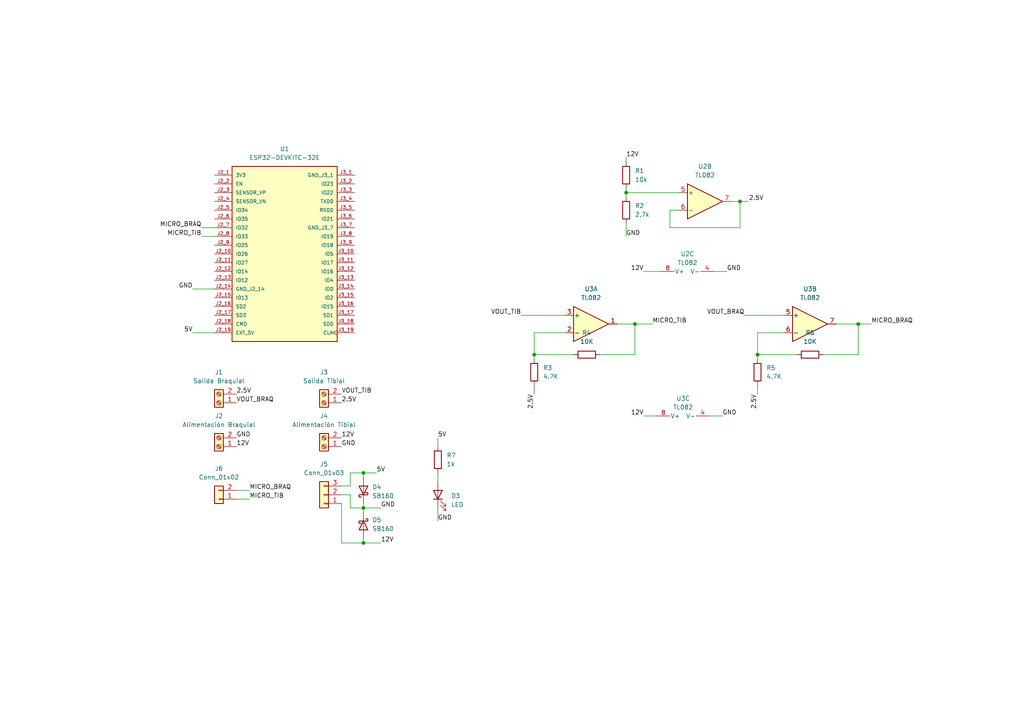
<source format=kicad_sch>
(kicad_sch
	(version 20250114)
	(generator "eeschema")
	(generator_version "9.0")
	(uuid "a0e65d3f-e5d3-4788-a604-3f411e2d3067")
	(paper "A4")
	(lib_symbols
		(symbol "Amplifier_Operational:TL082"
			(pin_names
				(offset 0.127)
			)
			(exclude_from_sim no)
			(in_bom yes)
			(on_board yes)
			(property "Reference" "U"
				(at 0 5.08 0)
				(effects
					(font
						(size 1.27 1.27)
					)
					(justify left)
				)
			)
			(property "Value" "TL082"
				(at 0 -5.08 0)
				(effects
					(font
						(size 1.27 1.27)
					)
					(justify left)
				)
			)
			(property "Footprint" ""
				(at 0 0 0)
				(effects
					(font
						(size 1.27 1.27)
					)
					(hide yes)
				)
			)
			(property "Datasheet" "http://www.ti.com/lit/ds/symlink/tl081.pdf"
				(at 0 0 0)
				(effects
					(font
						(size 1.27 1.27)
					)
					(hide yes)
				)
			)
			(property "Description" "Dual JFET-Input Operational Amplifiers, DIP-8/SOIC-8/SSOP-8"
				(at 0 0 0)
				(effects
					(font
						(size 1.27 1.27)
					)
					(hide yes)
				)
			)
			(property "ki_locked" ""
				(at 0 0 0)
				(effects
					(font
						(size 1.27 1.27)
					)
				)
			)
			(property "ki_keywords" "dual opamp"
				(at 0 0 0)
				(effects
					(font
						(size 1.27 1.27)
					)
					(hide yes)
				)
			)
			(property "ki_fp_filters" "SOIC*3.9x4.9mm*P1.27mm* DIP*W7.62mm* TO*99* OnSemi*Micro8* TSSOP*3x3mm*P0.65mm* TSSOP*4.4x3mm*P0.65mm* MSOP*3x3mm*P0.65mm* SSOP*3.9x4.9mm*P0.635mm* LFCSP*2x2mm*P0.5mm* *SIP* SOIC*5.3x6.2mm*P1.27mm*"
				(at 0 0 0)
				(effects
					(font
						(size 1.27 1.27)
					)
					(hide yes)
				)
			)
			(symbol "TL082_1_1"
				(polyline
					(pts
						(xy -5.08 5.08) (xy 5.08 0) (xy -5.08 -5.08) (xy -5.08 5.08)
					)
					(stroke
						(width 0.254)
						(type default)
					)
					(fill
						(type background)
					)
				)
				(pin input line
					(at -7.62 2.54 0)
					(length 2.54)
					(name "+"
						(effects
							(font
								(size 1.27 1.27)
							)
						)
					)
					(number "3"
						(effects
							(font
								(size 1.27 1.27)
							)
						)
					)
				)
				(pin input line
					(at -7.62 -2.54 0)
					(length 2.54)
					(name "-"
						(effects
							(font
								(size 1.27 1.27)
							)
						)
					)
					(number "2"
						(effects
							(font
								(size 1.27 1.27)
							)
						)
					)
				)
				(pin output line
					(at 7.62 0 180)
					(length 2.54)
					(name "~"
						(effects
							(font
								(size 1.27 1.27)
							)
						)
					)
					(number "1"
						(effects
							(font
								(size 1.27 1.27)
							)
						)
					)
				)
			)
			(symbol "TL082_2_1"
				(polyline
					(pts
						(xy -5.08 5.08) (xy 5.08 0) (xy -5.08 -5.08) (xy -5.08 5.08)
					)
					(stroke
						(width 0.254)
						(type default)
					)
					(fill
						(type background)
					)
				)
				(pin input line
					(at -7.62 2.54 0)
					(length 2.54)
					(name "+"
						(effects
							(font
								(size 1.27 1.27)
							)
						)
					)
					(number "5"
						(effects
							(font
								(size 1.27 1.27)
							)
						)
					)
				)
				(pin input line
					(at -7.62 -2.54 0)
					(length 2.54)
					(name "-"
						(effects
							(font
								(size 1.27 1.27)
							)
						)
					)
					(number "6"
						(effects
							(font
								(size 1.27 1.27)
							)
						)
					)
				)
				(pin output line
					(at 7.62 0 180)
					(length 2.54)
					(name "~"
						(effects
							(font
								(size 1.27 1.27)
							)
						)
					)
					(number "7"
						(effects
							(font
								(size 1.27 1.27)
							)
						)
					)
				)
			)
			(symbol "TL082_3_1"
				(pin power_in line
					(at -2.54 7.62 270)
					(length 3.81)
					(name "V+"
						(effects
							(font
								(size 1.27 1.27)
							)
						)
					)
					(number "8"
						(effects
							(font
								(size 1.27 1.27)
							)
						)
					)
				)
				(pin power_in line
					(at -2.54 -7.62 90)
					(length 3.81)
					(name "V-"
						(effects
							(font
								(size 1.27 1.27)
							)
						)
					)
					(number "4"
						(effects
							(font
								(size 1.27 1.27)
							)
						)
					)
				)
			)
			(embedded_fonts no)
		)
		(symbol "Connector:Screw_Terminal_01x02"
			(pin_names
				(offset 1.016)
				(hide yes)
			)
			(exclude_from_sim no)
			(in_bom yes)
			(on_board yes)
			(property "Reference" "J"
				(at 0 2.54 0)
				(effects
					(font
						(size 1.27 1.27)
					)
				)
			)
			(property "Value" "Screw_Terminal_01x02"
				(at 0 -5.08 0)
				(effects
					(font
						(size 1.27 1.27)
					)
				)
			)
			(property "Footprint" ""
				(at 0 0 0)
				(effects
					(font
						(size 1.27 1.27)
					)
					(hide yes)
				)
			)
			(property "Datasheet" "~"
				(at 0 0 0)
				(effects
					(font
						(size 1.27 1.27)
					)
					(hide yes)
				)
			)
			(property "Description" "Generic screw terminal, single row, 01x02, script generated (kicad-library-utils/schlib/autogen/connector/)"
				(at 0 0 0)
				(effects
					(font
						(size 1.27 1.27)
					)
					(hide yes)
				)
			)
			(property "ki_keywords" "screw terminal"
				(at 0 0 0)
				(effects
					(font
						(size 1.27 1.27)
					)
					(hide yes)
				)
			)
			(property "ki_fp_filters" "TerminalBlock*:*"
				(at 0 0 0)
				(effects
					(font
						(size 1.27 1.27)
					)
					(hide yes)
				)
			)
			(symbol "Screw_Terminal_01x02_1_1"
				(rectangle
					(start -1.27 1.27)
					(end 1.27 -3.81)
					(stroke
						(width 0.254)
						(type default)
					)
					(fill
						(type background)
					)
				)
				(polyline
					(pts
						(xy -0.5334 0.3302) (xy 0.3302 -0.508)
					)
					(stroke
						(width 0.1524)
						(type default)
					)
					(fill
						(type none)
					)
				)
				(polyline
					(pts
						(xy -0.5334 -2.2098) (xy 0.3302 -3.048)
					)
					(stroke
						(width 0.1524)
						(type default)
					)
					(fill
						(type none)
					)
				)
				(polyline
					(pts
						(xy -0.3556 0.508) (xy 0.508 -0.3302)
					)
					(stroke
						(width 0.1524)
						(type default)
					)
					(fill
						(type none)
					)
				)
				(polyline
					(pts
						(xy -0.3556 -2.032) (xy 0.508 -2.8702)
					)
					(stroke
						(width 0.1524)
						(type default)
					)
					(fill
						(type none)
					)
				)
				(circle
					(center 0 0)
					(radius 0.635)
					(stroke
						(width 0.1524)
						(type default)
					)
					(fill
						(type none)
					)
				)
				(circle
					(center 0 -2.54)
					(radius 0.635)
					(stroke
						(width 0.1524)
						(type default)
					)
					(fill
						(type none)
					)
				)
				(pin passive line
					(at -5.08 0 0)
					(length 3.81)
					(name "Pin_1"
						(effects
							(font
								(size 1.27 1.27)
							)
						)
					)
					(number "1"
						(effects
							(font
								(size 1.27 1.27)
							)
						)
					)
				)
				(pin passive line
					(at -5.08 -2.54 0)
					(length 3.81)
					(name "Pin_2"
						(effects
							(font
								(size 1.27 1.27)
							)
						)
					)
					(number "2"
						(effects
							(font
								(size 1.27 1.27)
							)
						)
					)
				)
			)
			(embedded_fonts no)
		)
		(symbol "Connector_Generic:Conn_01x02"
			(pin_names
				(offset 1.016)
				(hide yes)
			)
			(exclude_from_sim no)
			(in_bom yes)
			(on_board yes)
			(property "Reference" "J"
				(at 0 2.54 0)
				(effects
					(font
						(size 1.27 1.27)
					)
				)
			)
			(property "Value" "Conn_01x02"
				(at 0 -5.08 0)
				(effects
					(font
						(size 1.27 1.27)
					)
				)
			)
			(property "Footprint" ""
				(at 0 0 0)
				(effects
					(font
						(size 1.27 1.27)
					)
					(hide yes)
				)
			)
			(property "Datasheet" "~"
				(at 0 0 0)
				(effects
					(font
						(size 1.27 1.27)
					)
					(hide yes)
				)
			)
			(property "Description" "Generic connector, single row, 01x02, script generated (kicad-library-utils/schlib/autogen/connector/)"
				(at 0 0 0)
				(effects
					(font
						(size 1.27 1.27)
					)
					(hide yes)
				)
			)
			(property "ki_keywords" "connector"
				(at 0 0 0)
				(effects
					(font
						(size 1.27 1.27)
					)
					(hide yes)
				)
			)
			(property "ki_fp_filters" "Connector*:*_1x??_*"
				(at 0 0 0)
				(effects
					(font
						(size 1.27 1.27)
					)
					(hide yes)
				)
			)
			(symbol "Conn_01x02_1_1"
				(rectangle
					(start -1.27 1.27)
					(end 1.27 -3.81)
					(stroke
						(width 0.254)
						(type default)
					)
					(fill
						(type background)
					)
				)
				(rectangle
					(start -1.27 0.127)
					(end 0 -0.127)
					(stroke
						(width 0.1524)
						(type default)
					)
					(fill
						(type none)
					)
				)
				(rectangle
					(start -1.27 -2.413)
					(end 0 -2.667)
					(stroke
						(width 0.1524)
						(type default)
					)
					(fill
						(type none)
					)
				)
				(pin passive line
					(at -5.08 0 0)
					(length 3.81)
					(name "Pin_1"
						(effects
							(font
								(size 1.27 1.27)
							)
						)
					)
					(number "1"
						(effects
							(font
								(size 1.27 1.27)
							)
						)
					)
				)
				(pin passive line
					(at -5.08 -2.54 0)
					(length 3.81)
					(name "Pin_2"
						(effects
							(font
								(size 1.27 1.27)
							)
						)
					)
					(number "2"
						(effects
							(font
								(size 1.27 1.27)
							)
						)
					)
				)
			)
			(embedded_fonts no)
		)
		(symbol "Connector_Generic:Conn_01x03"
			(pin_names
				(offset 1.016)
				(hide yes)
			)
			(exclude_from_sim no)
			(in_bom yes)
			(on_board yes)
			(property "Reference" "J"
				(at 0 5.08 0)
				(effects
					(font
						(size 1.27 1.27)
					)
				)
			)
			(property "Value" "Conn_01x03"
				(at 0 -5.08 0)
				(effects
					(font
						(size 1.27 1.27)
					)
				)
			)
			(property "Footprint" ""
				(at 0 0 0)
				(effects
					(font
						(size 1.27 1.27)
					)
					(hide yes)
				)
			)
			(property "Datasheet" "~"
				(at 0 0 0)
				(effects
					(font
						(size 1.27 1.27)
					)
					(hide yes)
				)
			)
			(property "Description" "Generic connector, single row, 01x03, script generated (kicad-library-utils/schlib/autogen/connector/)"
				(at 0 0 0)
				(effects
					(font
						(size 1.27 1.27)
					)
					(hide yes)
				)
			)
			(property "ki_keywords" "connector"
				(at 0 0 0)
				(effects
					(font
						(size 1.27 1.27)
					)
					(hide yes)
				)
			)
			(property "ki_fp_filters" "Connector*:*_1x??_*"
				(at 0 0 0)
				(effects
					(font
						(size 1.27 1.27)
					)
					(hide yes)
				)
			)
			(symbol "Conn_01x03_1_1"
				(rectangle
					(start -1.27 3.81)
					(end 1.27 -3.81)
					(stroke
						(width 0.254)
						(type default)
					)
					(fill
						(type background)
					)
				)
				(rectangle
					(start -1.27 2.667)
					(end 0 2.413)
					(stroke
						(width 0.1524)
						(type default)
					)
					(fill
						(type none)
					)
				)
				(rectangle
					(start -1.27 0.127)
					(end 0 -0.127)
					(stroke
						(width 0.1524)
						(type default)
					)
					(fill
						(type none)
					)
				)
				(rectangle
					(start -1.27 -2.413)
					(end 0 -2.667)
					(stroke
						(width 0.1524)
						(type default)
					)
					(fill
						(type none)
					)
				)
				(pin passive line
					(at -5.08 2.54 0)
					(length 3.81)
					(name "Pin_1"
						(effects
							(font
								(size 1.27 1.27)
							)
						)
					)
					(number "1"
						(effects
							(font
								(size 1.27 1.27)
							)
						)
					)
				)
				(pin passive line
					(at -5.08 0 0)
					(length 3.81)
					(name "Pin_2"
						(effects
							(font
								(size 1.27 1.27)
							)
						)
					)
					(number "2"
						(effects
							(font
								(size 1.27 1.27)
							)
						)
					)
				)
				(pin passive line
					(at -5.08 -2.54 0)
					(length 3.81)
					(name "Pin_3"
						(effects
							(font
								(size 1.27 1.27)
							)
						)
					)
					(number "3"
						(effects
							(font
								(size 1.27 1.27)
							)
						)
					)
				)
			)
			(embedded_fonts no)
		)
		(symbol "Device:LED"
			(pin_numbers
				(hide yes)
			)
			(pin_names
				(offset 1.016)
				(hide yes)
			)
			(exclude_from_sim no)
			(in_bom yes)
			(on_board yes)
			(property "Reference" "D"
				(at 0 2.54 0)
				(effects
					(font
						(size 1.27 1.27)
					)
				)
			)
			(property "Value" "LED"
				(at 0 -2.54 0)
				(effects
					(font
						(size 1.27 1.27)
					)
				)
			)
			(property "Footprint" ""
				(at 0 0 0)
				(effects
					(font
						(size 1.27 1.27)
					)
					(hide yes)
				)
			)
			(property "Datasheet" "~"
				(at 0 0 0)
				(effects
					(font
						(size 1.27 1.27)
					)
					(hide yes)
				)
			)
			(property "Description" "Light emitting diode"
				(at 0 0 0)
				(effects
					(font
						(size 1.27 1.27)
					)
					(hide yes)
				)
			)
			(property "Sim.Pins" "1=K 2=A"
				(at 0 0 0)
				(effects
					(font
						(size 1.27 1.27)
					)
					(hide yes)
				)
			)
			(property "ki_keywords" "LED diode"
				(at 0 0 0)
				(effects
					(font
						(size 1.27 1.27)
					)
					(hide yes)
				)
			)
			(property "ki_fp_filters" "LED* LED_SMD:* LED_THT:*"
				(at 0 0 0)
				(effects
					(font
						(size 1.27 1.27)
					)
					(hide yes)
				)
			)
			(symbol "LED_0_1"
				(polyline
					(pts
						(xy -3.048 -0.762) (xy -4.572 -2.286) (xy -3.81 -2.286) (xy -4.572 -2.286) (xy -4.572 -1.524)
					)
					(stroke
						(width 0)
						(type default)
					)
					(fill
						(type none)
					)
				)
				(polyline
					(pts
						(xy -1.778 -0.762) (xy -3.302 -2.286) (xy -2.54 -2.286) (xy -3.302 -2.286) (xy -3.302 -1.524)
					)
					(stroke
						(width 0)
						(type default)
					)
					(fill
						(type none)
					)
				)
				(polyline
					(pts
						(xy -1.27 0) (xy 1.27 0)
					)
					(stroke
						(width 0)
						(type default)
					)
					(fill
						(type none)
					)
				)
				(polyline
					(pts
						(xy -1.27 -1.27) (xy -1.27 1.27)
					)
					(stroke
						(width 0.254)
						(type default)
					)
					(fill
						(type none)
					)
				)
				(polyline
					(pts
						(xy 1.27 -1.27) (xy 1.27 1.27) (xy -1.27 0) (xy 1.27 -1.27)
					)
					(stroke
						(width 0.254)
						(type default)
					)
					(fill
						(type none)
					)
				)
			)
			(symbol "LED_1_1"
				(pin passive line
					(at -3.81 0 0)
					(length 2.54)
					(name "K"
						(effects
							(font
								(size 1.27 1.27)
							)
						)
					)
					(number "1"
						(effects
							(font
								(size 1.27 1.27)
							)
						)
					)
				)
				(pin passive line
					(at 3.81 0 180)
					(length 2.54)
					(name "A"
						(effects
							(font
								(size 1.27 1.27)
							)
						)
					)
					(number "2"
						(effects
							(font
								(size 1.27 1.27)
							)
						)
					)
				)
			)
			(embedded_fonts no)
		)
		(symbol "Device:R"
			(pin_numbers
				(hide yes)
			)
			(pin_names
				(offset 0)
			)
			(exclude_from_sim no)
			(in_bom yes)
			(on_board yes)
			(property "Reference" "R"
				(at 2.032 0 90)
				(effects
					(font
						(size 1.27 1.27)
					)
				)
			)
			(property "Value" "R"
				(at 0 0 90)
				(effects
					(font
						(size 1.27 1.27)
					)
				)
			)
			(property "Footprint" ""
				(at -1.778 0 90)
				(effects
					(font
						(size 1.27 1.27)
					)
					(hide yes)
				)
			)
			(property "Datasheet" "~"
				(at 0 0 0)
				(effects
					(font
						(size 1.27 1.27)
					)
					(hide yes)
				)
			)
			(property "Description" "Resistor"
				(at 0 0 0)
				(effects
					(font
						(size 1.27 1.27)
					)
					(hide yes)
				)
			)
			(property "ki_keywords" "R res resistor"
				(at 0 0 0)
				(effects
					(font
						(size 1.27 1.27)
					)
					(hide yes)
				)
			)
			(property "ki_fp_filters" "R_*"
				(at 0 0 0)
				(effects
					(font
						(size 1.27 1.27)
					)
					(hide yes)
				)
			)
			(symbol "R_0_1"
				(rectangle
					(start -1.016 -2.54)
					(end 1.016 2.54)
					(stroke
						(width 0.254)
						(type default)
					)
					(fill
						(type none)
					)
				)
			)
			(symbol "R_1_1"
				(pin passive line
					(at 0 3.81 270)
					(length 1.27)
					(name "~"
						(effects
							(font
								(size 1.27 1.27)
							)
						)
					)
					(number "1"
						(effects
							(font
								(size 1.27 1.27)
							)
						)
					)
				)
				(pin passive line
					(at 0 -3.81 90)
					(length 1.27)
					(name "~"
						(effects
							(font
								(size 1.27 1.27)
							)
						)
					)
					(number "2"
						(effects
							(font
								(size 1.27 1.27)
							)
						)
					)
				)
			)
			(embedded_fonts no)
		)
		(symbol "Diode:SB160"
			(pin_numbers
				(hide yes)
			)
			(pin_names
				(offset 1.016)
				(hide yes)
			)
			(exclude_from_sim no)
			(in_bom yes)
			(on_board yes)
			(property "Reference" "D"
				(at 0 2.54 0)
				(effects
					(font
						(size 1.27 1.27)
					)
				)
			)
			(property "Value" "SB160"
				(at 0 -2.54 0)
				(effects
					(font
						(size 1.27 1.27)
					)
				)
			)
			(property "Footprint" "Diode_THT:D_DO-41_SOD81_P10.16mm_Horizontal"
				(at 0 -4.445 0)
				(effects
					(font
						(size 1.27 1.27)
					)
					(hide yes)
				)
			)
			(property "Datasheet" "http://www.diodes.com/_files/datasheets/ds23022.pdf"
				(at 0 0 0)
				(effects
					(font
						(size 1.27 1.27)
					)
					(hide yes)
				)
			)
			(property "Description" "60V 1A Schottky Barrier Rectifier Diode, DO-41"
				(at 0 0 0)
				(effects
					(font
						(size 1.27 1.27)
					)
					(hide yes)
				)
			)
			(property "ki_keywords" "diode Schottky"
				(at 0 0 0)
				(effects
					(font
						(size 1.27 1.27)
					)
					(hide yes)
				)
			)
			(property "ki_fp_filters" "D*DO?41*"
				(at 0 0 0)
				(effects
					(font
						(size 1.27 1.27)
					)
					(hide yes)
				)
			)
			(symbol "SB160_0_1"
				(polyline
					(pts
						(xy -1.905 0.635) (xy -1.905 1.27) (xy -1.27 1.27) (xy -1.27 -1.27) (xy -0.635 -1.27) (xy -0.635 -0.635)
					)
					(stroke
						(width 0.254)
						(type default)
					)
					(fill
						(type none)
					)
				)
				(polyline
					(pts
						(xy 1.27 1.27) (xy 1.27 -1.27) (xy -1.27 0) (xy 1.27 1.27)
					)
					(stroke
						(width 0.254)
						(type default)
					)
					(fill
						(type none)
					)
				)
				(polyline
					(pts
						(xy 1.27 0) (xy -1.27 0)
					)
					(stroke
						(width 0)
						(type default)
					)
					(fill
						(type none)
					)
				)
			)
			(symbol "SB160_1_1"
				(pin passive line
					(at -3.81 0 0)
					(length 2.54)
					(name "K"
						(effects
							(font
								(size 1.27 1.27)
							)
						)
					)
					(number "1"
						(effects
							(font
								(size 1.27 1.27)
							)
						)
					)
				)
				(pin passive line
					(at 3.81 0 180)
					(length 2.54)
					(name "A"
						(effects
							(font
								(size 1.27 1.27)
							)
						)
					)
					(number "2"
						(effects
							(font
								(size 1.27 1.27)
							)
						)
					)
				)
			)
			(embedded_fonts no)
		)
		(symbol "ESP32-DEVKITC-32E:ESP32-DEVKITC-32E"
			(pin_names
				(offset 1.016)
			)
			(exclude_from_sim no)
			(in_bom yes)
			(on_board yes)
			(property "Reference" "U"
				(at -15.24 26.162 0)
				(effects
					(font
						(size 1.27 1.27)
					)
					(justify left bottom)
				)
			)
			(property "Value" "ESP32-DEVKITC-32E"
				(at -15.24 -27.94 0)
				(effects
					(font
						(size 1.27 1.27)
					)
					(justify left bottom)
				)
			)
			(property "Footprint" "ESP32-DEVKITC-32E:MODULE_ESP32-DEVKITC-32E"
				(at 0 0 0)
				(effects
					(font
						(size 1.27 1.27)
					)
					(justify bottom)
					(hide yes)
				)
			)
			(property "Datasheet" ""
				(at 0 0 0)
				(effects
					(font
						(size 1.27 1.27)
					)
					(hide yes)
				)
			)
			(property "Description" ""
				(at 0 0 0)
				(effects
					(font
						(size 1.27 1.27)
					)
					(hide yes)
				)
			)
			(property "MF" "Espressif Systems"
				(at 0 0 0)
				(effects
					(font
						(size 1.27 1.27)
					)
					(justify bottom)
					(hide yes)
				)
			)
			(property "Description_1" "The ESP32-DEVKITC-32E transceiver evaluation board from Espressif Systems is a powerful development tool for wireless communication technologies. It supports 802.11 b/g/n Wi-Fi and Bluetooth® Smart Ready 4.x (BLE) dual-mode at 2.4GHz, making it ideal for a variety of IoT applications. Equipped with a PCB antenna and 4MB flash, this board provides reliable connectivity and ample memory for developing and testing RF, RFID, and wireless solutions."
				(at 0 0 0)
				(effects
					(font
						(size 1.27 1.27)
					)
					(justify bottom)
					(hide yes)
				)
			)
			(property "Package" "None"
				(at 0 0 0)
				(effects
					(font
						(size 1.27 1.27)
					)
					(justify bottom)
					(hide yes)
				)
			)
			(property "Price" "None"
				(at 0 0 0)
				(effects
					(font
						(size 1.27 1.27)
					)
					(justify bottom)
					(hide yes)
				)
			)
			(property "Check_prices" "https://www.snapeda.com/parts/ESP32-DEVKITC-32E/Espressif+Systems/view-part/?ref=eda"
				(at 0 0 0)
				(effects
					(font
						(size 1.27 1.27)
					)
					(justify bottom)
					(hide yes)
				)
			)
			(property "STANDARD" "Manufacturer Recommendations"
				(at 0 0 0)
				(effects
					(font
						(size 1.27 1.27)
					)
					(justify bottom)
					(hide yes)
				)
			)
			(property "PARTREV" "1.4"
				(at 0 0 0)
				(effects
					(font
						(size 1.27 1.27)
					)
					(justify bottom)
					(hide yes)
				)
			)
			(property "SnapEDA_Link" "https://www.snapeda.com/parts/ESP32-DEVKITC-32E/Espressif+Systems/view-part/?ref=snap"
				(at 0 0 0)
				(effects
					(font
						(size 1.27 1.27)
					)
					(justify bottom)
					(hide yes)
				)
			)
			(property "MP" "ESP32-DEVKITC-32E"
				(at 0 0 0)
				(effects
					(font
						(size 1.27 1.27)
					)
					(justify bottom)
					(hide yes)
				)
			)
			(property "Availability" "In Stock"
				(at 0 0 0)
				(effects
					(font
						(size 1.27 1.27)
					)
					(justify bottom)
					(hide yes)
				)
			)
			(property "MANUFACTURER" "Espressif Systems"
				(at 0 0 0)
				(effects
					(font
						(size 1.27 1.27)
					)
					(justify bottom)
					(hide yes)
				)
			)
			(symbol "ESP32-DEVKITC-32E_0_0"
				(rectangle
					(start -15.24 -25.4)
					(end 15.24 25.4)
					(stroke
						(width 0.254)
						(type default)
					)
					(fill
						(type background)
					)
				)
				(pin power_in line
					(at -20.32 22.86 0)
					(length 5.08)
					(name "3V3"
						(effects
							(font
								(size 1.016 1.016)
							)
						)
					)
					(number "J2_1"
						(effects
							(font
								(size 1.016 1.016)
							)
						)
					)
				)
				(pin input line
					(at -20.32 20.32 0)
					(length 5.08)
					(name "EN"
						(effects
							(font
								(size 1.016 1.016)
							)
						)
					)
					(number "J2_2"
						(effects
							(font
								(size 1.016 1.016)
							)
						)
					)
				)
				(pin bidirectional line
					(at -20.32 17.78 0)
					(length 5.08)
					(name "SENSOR_VP"
						(effects
							(font
								(size 1.016 1.016)
							)
						)
					)
					(number "J2_3"
						(effects
							(font
								(size 1.016 1.016)
							)
						)
					)
				)
				(pin bidirectional line
					(at -20.32 15.24 0)
					(length 5.08)
					(name "SENSOR_VN"
						(effects
							(font
								(size 1.016 1.016)
							)
						)
					)
					(number "J2_4"
						(effects
							(font
								(size 1.016 1.016)
							)
						)
					)
				)
				(pin bidirectional line
					(at -20.32 12.7 0)
					(length 5.08)
					(name "IO34"
						(effects
							(font
								(size 1.016 1.016)
							)
						)
					)
					(number "J2_5"
						(effects
							(font
								(size 1.016 1.016)
							)
						)
					)
				)
				(pin bidirectional line
					(at -20.32 10.16 0)
					(length 5.08)
					(name "IO35"
						(effects
							(font
								(size 1.016 1.016)
							)
						)
					)
					(number "J2_6"
						(effects
							(font
								(size 1.016 1.016)
							)
						)
					)
				)
				(pin bidirectional line
					(at -20.32 7.62 0)
					(length 5.08)
					(name "IO32"
						(effects
							(font
								(size 1.016 1.016)
							)
						)
					)
					(number "J2_7"
						(effects
							(font
								(size 1.016 1.016)
							)
						)
					)
				)
				(pin bidirectional line
					(at -20.32 5.08 0)
					(length 5.08)
					(name "IO33"
						(effects
							(font
								(size 1.016 1.016)
							)
						)
					)
					(number "J2_8"
						(effects
							(font
								(size 1.016 1.016)
							)
						)
					)
				)
				(pin bidirectional line
					(at -20.32 2.54 0)
					(length 5.08)
					(name "IO25"
						(effects
							(font
								(size 1.016 1.016)
							)
						)
					)
					(number "J2_9"
						(effects
							(font
								(size 1.016 1.016)
							)
						)
					)
				)
				(pin bidirectional line
					(at -20.32 0 0)
					(length 5.08)
					(name "IO26"
						(effects
							(font
								(size 1.016 1.016)
							)
						)
					)
					(number "J2_10"
						(effects
							(font
								(size 1.016 1.016)
							)
						)
					)
				)
				(pin bidirectional line
					(at -20.32 -2.54 0)
					(length 5.08)
					(name "IO27"
						(effects
							(font
								(size 1.016 1.016)
							)
						)
					)
					(number "J2_11"
						(effects
							(font
								(size 1.016 1.016)
							)
						)
					)
				)
				(pin bidirectional line
					(at -20.32 -5.08 0)
					(length 5.08)
					(name "IO14"
						(effects
							(font
								(size 1.016 1.016)
							)
						)
					)
					(number "J2_12"
						(effects
							(font
								(size 1.016 1.016)
							)
						)
					)
				)
				(pin bidirectional line
					(at -20.32 -7.62 0)
					(length 5.08)
					(name "IO12"
						(effects
							(font
								(size 1.016 1.016)
							)
						)
					)
					(number "J2_13"
						(effects
							(font
								(size 1.016 1.016)
							)
						)
					)
				)
				(pin power_in line
					(at -20.32 -10.16 0)
					(length 5.08)
					(name "GND_J2_14"
						(effects
							(font
								(size 1.016 1.016)
							)
						)
					)
					(number "J2_14"
						(effects
							(font
								(size 1.016 1.016)
							)
						)
					)
				)
				(pin bidirectional line
					(at -20.32 -12.7 0)
					(length 5.08)
					(name "IO13"
						(effects
							(font
								(size 1.016 1.016)
							)
						)
					)
					(number "J2_15"
						(effects
							(font
								(size 1.016 1.016)
							)
						)
					)
				)
				(pin bidirectional line
					(at -20.32 -15.24 0)
					(length 5.08)
					(name "SD2"
						(effects
							(font
								(size 1.016 1.016)
							)
						)
					)
					(number "J2_16"
						(effects
							(font
								(size 1.016 1.016)
							)
						)
					)
				)
				(pin bidirectional line
					(at -20.32 -17.78 0)
					(length 5.08)
					(name "SD3"
						(effects
							(font
								(size 1.016 1.016)
							)
						)
					)
					(number "J2_17"
						(effects
							(font
								(size 1.016 1.016)
							)
						)
					)
				)
				(pin bidirectional line
					(at -20.32 -20.32 0)
					(length 5.08)
					(name "CMD"
						(effects
							(font
								(size 1.016 1.016)
							)
						)
					)
					(number "J2_18"
						(effects
							(font
								(size 1.016 1.016)
							)
						)
					)
				)
				(pin power_in line
					(at -20.32 -22.86 0)
					(length 5.08)
					(name "EXT_5V"
						(effects
							(font
								(size 1.016 1.016)
							)
						)
					)
					(number "J2_19"
						(effects
							(font
								(size 1.016 1.016)
							)
						)
					)
				)
				(pin power_in line
					(at 20.32 22.86 180)
					(length 5.08)
					(name "GND_J3_1"
						(effects
							(font
								(size 1.016 1.016)
							)
						)
					)
					(number "J3_1"
						(effects
							(font
								(size 1.016 1.016)
							)
						)
					)
				)
				(pin bidirectional line
					(at 20.32 20.32 180)
					(length 5.08)
					(name "IO23"
						(effects
							(font
								(size 1.016 1.016)
							)
						)
					)
					(number "J3_2"
						(effects
							(font
								(size 1.016 1.016)
							)
						)
					)
				)
				(pin bidirectional line
					(at 20.32 17.78 180)
					(length 5.08)
					(name "IO22"
						(effects
							(font
								(size 1.016 1.016)
							)
						)
					)
					(number "J3_3"
						(effects
							(font
								(size 1.016 1.016)
							)
						)
					)
				)
				(pin bidirectional line
					(at 20.32 15.24 180)
					(length 5.08)
					(name "TXD0"
						(effects
							(font
								(size 1.016 1.016)
							)
						)
					)
					(number "J3_4"
						(effects
							(font
								(size 1.016 1.016)
							)
						)
					)
				)
				(pin bidirectional line
					(at 20.32 12.7 180)
					(length 5.08)
					(name "RXD0"
						(effects
							(font
								(size 1.016 1.016)
							)
						)
					)
					(number "J3_5"
						(effects
							(font
								(size 1.016 1.016)
							)
						)
					)
				)
				(pin bidirectional line
					(at 20.32 10.16 180)
					(length 5.08)
					(name "IO21"
						(effects
							(font
								(size 1.016 1.016)
							)
						)
					)
					(number "J3_6"
						(effects
							(font
								(size 1.016 1.016)
							)
						)
					)
				)
				(pin power_in line
					(at 20.32 7.62 180)
					(length 5.08)
					(name "GND_J3_7"
						(effects
							(font
								(size 1.016 1.016)
							)
						)
					)
					(number "J3_7"
						(effects
							(font
								(size 1.016 1.016)
							)
						)
					)
				)
				(pin bidirectional line
					(at 20.32 5.08 180)
					(length 5.08)
					(name "IO19"
						(effects
							(font
								(size 1.016 1.016)
							)
						)
					)
					(number "J3_8"
						(effects
							(font
								(size 1.016 1.016)
							)
						)
					)
				)
				(pin bidirectional line
					(at 20.32 2.54 180)
					(length 5.08)
					(name "IO18"
						(effects
							(font
								(size 1.016 1.016)
							)
						)
					)
					(number "J3_9"
						(effects
							(font
								(size 1.016 1.016)
							)
						)
					)
				)
				(pin bidirectional line
					(at 20.32 0 180)
					(length 5.08)
					(name "IO5"
						(effects
							(font
								(size 1.016 1.016)
							)
						)
					)
					(number "J3_10"
						(effects
							(font
								(size 1.016 1.016)
							)
						)
					)
				)
				(pin bidirectional line
					(at 20.32 -2.54 180)
					(length 5.08)
					(name "IO17"
						(effects
							(font
								(size 1.016 1.016)
							)
						)
					)
					(number "J3_11"
						(effects
							(font
								(size 1.016 1.016)
							)
						)
					)
				)
				(pin bidirectional line
					(at 20.32 -5.08 180)
					(length 5.08)
					(name "IO16"
						(effects
							(font
								(size 1.016 1.016)
							)
						)
					)
					(number "J3_12"
						(effects
							(font
								(size 1.016 1.016)
							)
						)
					)
				)
				(pin bidirectional line
					(at 20.32 -7.62 180)
					(length 5.08)
					(name "IO4"
						(effects
							(font
								(size 1.016 1.016)
							)
						)
					)
					(number "J3_13"
						(effects
							(font
								(size 1.016 1.016)
							)
						)
					)
				)
				(pin bidirectional line
					(at 20.32 -10.16 180)
					(length 5.08)
					(name "IO0"
						(effects
							(font
								(size 1.016 1.016)
							)
						)
					)
					(number "J3_14"
						(effects
							(font
								(size 1.016 1.016)
							)
						)
					)
				)
				(pin bidirectional line
					(at 20.32 -12.7 180)
					(length 5.08)
					(name "IO2"
						(effects
							(font
								(size 1.016 1.016)
							)
						)
					)
					(number "J3_15"
						(effects
							(font
								(size 1.016 1.016)
							)
						)
					)
				)
				(pin bidirectional line
					(at 20.32 -15.24 180)
					(length 5.08)
					(name "IO15"
						(effects
							(font
								(size 1.016 1.016)
							)
						)
					)
					(number "J3_16"
						(effects
							(font
								(size 1.016 1.016)
							)
						)
					)
				)
				(pin bidirectional line
					(at 20.32 -17.78 180)
					(length 5.08)
					(name "SD1"
						(effects
							(font
								(size 1.016 1.016)
							)
						)
					)
					(number "J3_17"
						(effects
							(font
								(size 1.016 1.016)
							)
						)
					)
				)
				(pin bidirectional line
					(at 20.32 -20.32 180)
					(length 5.08)
					(name "SD0"
						(effects
							(font
								(size 1.016 1.016)
							)
						)
					)
					(number "J3_18"
						(effects
							(font
								(size 1.016 1.016)
							)
						)
					)
				)
				(pin bidirectional clock
					(at 20.32 -22.86 180)
					(length 5.08)
					(name "CLK"
						(effects
							(font
								(size 1.016 1.016)
							)
						)
					)
					(number "J3_19"
						(effects
							(font
								(size 1.016 1.016)
							)
						)
					)
				)
			)
			(embedded_fonts no)
		)
	)
	(junction
		(at 105.41 137.16)
		(diameter 0)
		(color 0 0 0 0)
		(uuid "142a32c0-961e-496b-9d9a-5b21dc9990c0")
	)
	(junction
		(at 154.94 102.87)
		(diameter 0)
		(color 0 0 0 0)
		(uuid "36ab6032-746e-4f43-95b0-acbe9428d201")
	)
	(junction
		(at 214.63 58.42)
		(diameter 0)
		(color 0 0 0 0)
		(uuid "448ea1b7-fb5d-48f5-9d35-e6330febd583")
	)
	(junction
		(at 248.92 93.98)
		(diameter 0)
		(color 0 0 0 0)
		(uuid "5ddb81df-10f4-4e61-bd2f-5407eaa42765")
	)
	(junction
		(at 105.41 147.32)
		(diameter 0)
		(color 0 0 0 0)
		(uuid "9bb6bba3-72eb-4e09-886a-11f0ea650419")
	)
	(junction
		(at 181.61 55.88)
		(diameter 0)
		(color 0 0 0 0)
		(uuid "adaf5c01-c17e-47df-8c24-119defa69e02")
	)
	(junction
		(at 219.71 102.87)
		(diameter 0)
		(color 0 0 0 0)
		(uuid "bf326d54-ee62-4715-b256-38942bba941b")
	)
	(junction
		(at 184.15 93.98)
		(diameter 0)
		(color 0 0 0 0)
		(uuid "c7b15c63-78a3-4a54-a700-e4e2851d7705")
	)
	(junction
		(at 105.41 157.48)
		(diameter 0)
		(color 0 0 0 0)
		(uuid "dcfa99c4-18f4-4513-95bd-514f4b03cf9a")
	)
	(wire
		(pts
			(xy 99.06 157.48) (xy 105.41 157.48)
		)
		(stroke
			(width 0)
			(type default)
		)
		(uuid "00b346eb-072c-49b1-996a-bdaba1d23fa6")
	)
	(wire
		(pts
			(xy 101.6 143.51) (xy 99.06 143.51)
		)
		(stroke
			(width 0)
			(type default)
		)
		(uuid "07f32327-b885-4fc6-ae12-754079c883ff")
	)
	(wire
		(pts
			(xy 186.69 120.65) (xy 190.5 120.65)
		)
		(stroke
			(width 0)
			(type default)
		)
		(uuid "09f64d56-40b9-4555-9bef-6cb48f7e27de")
	)
	(wire
		(pts
			(xy 207.01 78.74) (xy 210.82 78.74)
		)
		(stroke
			(width 0)
			(type default)
		)
		(uuid "0d1cc87c-d21c-49e6-8496-fbdca0b0f64b")
	)
	(wire
		(pts
			(xy 219.71 102.87) (xy 231.14 102.87)
		)
		(stroke
			(width 0)
			(type default)
		)
		(uuid "0e1a8e3b-9ce6-4a34-8643-986008cfc97c")
	)
	(wire
		(pts
			(xy 105.41 156.21) (xy 105.41 157.48)
		)
		(stroke
			(width 0)
			(type default)
		)
		(uuid "1a5d3c5c-d0e4-45dd-8cc1-62fb5c6f960a")
	)
	(wire
		(pts
			(xy 184.15 93.98) (xy 189.23 93.98)
		)
		(stroke
			(width 0)
			(type default)
		)
		(uuid "232e7215-08c4-43e4-9c05-3c80bddf15d8")
	)
	(wire
		(pts
			(xy 154.94 102.87) (xy 154.94 96.52)
		)
		(stroke
			(width 0)
			(type default)
		)
		(uuid "232fb6ce-6491-4015-9849-c795ba4e6f6e")
	)
	(wire
		(pts
			(xy 105.41 147.32) (xy 110.49 147.32)
		)
		(stroke
			(width 0)
			(type default)
		)
		(uuid "295ca467-b9c3-48c5-974f-96087dd2ad32")
	)
	(wire
		(pts
			(xy 173.99 102.87) (xy 184.15 102.87)
		)
		(stroke
			(width 0)
			(type default)
		)
		(uuid "2a5c58f3-fb84-4ee5-a628-83a3144b6a09")
	)
	(wire
		(pts
			(xy 105.41 137.16) (xy 109.22 137.16)
		)
		(stroke
			(width 0)
			(type default)
		)
		(uuid "2b48a6b7-b2ec-4827-b7d6-4b26431e9b58")
	)
	(wire
		(pts
			(xy 181.61 64.77) (xy 181.61 68.58)
		)
		(stroke
			(width 0)
			(type default)
		)
		(uuid "308b32db-e4b6-483e-966f-1bd1d8edf86f")
	)
	(wire
		(pts
			(xy 99.06 140.97) (xy 101.6 140.97)
		)
		(stroke
			(width 0)
			(type default)
		)
		(uuid "362b8e5c-8a6e-4a4c-9c70-d15a52739b38")
	)
	(wire
		(pts
			(xy 194.31 60.96) (xy 194.31 66.04)
		)
		(stroke
			(width 0)
			(type default)
		)
		(uuid "38e3b434-5592-428d-9627-7c1d835e6c05")
	)
	(wire
		(pts
			(xy 184.15 102.87) (xy 184.15 93.98)
		)
		(stroke
			(width 0)
			(type default)
		)
		(uuid "3f2e0901-0856-4926-af81-e3eb59cdc0ea")
	)
	(wire
		(pts
			(xy 68.58 144.78) (xy 72.39 144.78)
		)
		(stroke
			(width 0)
			(type default)
		)
		(uuid "3f903332-fb6f-47e5-9057-7dac72e90775")
	)
	(wire
		(pts
			(xy 154.94 111.76) (xy 154.94 114.3)
		)
		(stroke
			(width 0)
			(type default)
		)
		(uuid "4ff21e4f-09e1-459d-a41b-36ddbc0b4850")
	)
	(wire
		(pts
			(xy 238.76 102.87) (xy 248.92 102.87)
		)
		(stroke
			(width 0)
			(type default)
		)
		(uuid "5364a8be-8979-461b-a276-f020ddc55757")
	)
	(wire
		(pts
			(xy 219.71 96.52) (xy 227.33 96.52)
		)
		(stroke
			(width 0)
			(type default)
		)
		(uuid "5837afbc-5128-47bb-83a6-0ab06ef202a9")
	)
	(wire
		(pts
			(xy 154.94 102.87) (xy 166.37 102.87)
		)
		(stroke
			(width 0)
			(type default)
		)
		(uuid "588866c4-ac20-4526-91e9-cd557969c3a1")
	)
	(wire
		(pts
			(xy 219.71 104.14) (xy 219.71 102.87)
		)
		(stroke
			(width 0)
			(type default)
		)
		(uuid "5cb5a4e9-ba8c-4394-b424-fa828e5c38c9")
	)
	(wire
		(pts
			(xy 214.63 58.42) (xy 217.17 58.42)
		)
		(stroke
			(width 0)
			(type default)
		)
		(uuid "5ea35ea6-c183-4969-b08e-2f0df61cd7ab")
	)
	(wire
		(pts
			(xy 101.6 137.16) (xy 101.6 140.97)
		)
		(stroke
			(width 0)
			(type default)
		)
		(uuid "633624be-c1f3-4d92-9b4b-9a2e151a29c5")
	)
	(wire
		(pts
			(xy 105.41 147.32) (xy 105.41 148.59)
		)
		(stroke
			(width 0)
			(type default)
		)
		(uuid "64eea2d1-5ee1-4dcc-9b4e-0af178911152")
	)
	(wire
		(pts
			(xy 181.61 45.72) (xy 181.61 46.99)
		)
		(stroke
			(width 0)
			(type default)
		)
		(uuid "6d1328f6-54aa-4677-9b8f-646dee88fb3c")
	)
	(wire
		(pts
			(xy 214.63 66.04) (xy 214.63 58.42)
		)
		(stroke
			(width 0)
			(type default)
		)
		(uuid "7d72d8f7-009d-45fd-95cb-0552fb61847d")
	)
	(wire
		(pts
			(xy 127 127) (xy 127 129.54)
		)
		(stroke
			(width 0)
			(type default)
		)
		(uuid "7dca5e3f-3fec-42a2-99fc-663b38477920")
	)
	(wire
		(pts
			(xy 194.31 66.04) (xy 214.63 66.04)
		)
		(stroke
			(width 0)
			(type default)
		)
		(uuid "7f7dda43-314d-4b85-8229-33bafeca268e")
	)
	(wire
		(pts
			(xy 58.42 68.58) (xy 62.23 68.58)
		)
		(stroke
			(width 0)
			(type default)
		)
		(uuid "841b117d-a40f-4f92-9a61-045f7faed941")
	)
	(wire
		(pts
			(xy 219.71 111.76) (xy 219.71 114.3)
		)
		(stroke
			(width 0)
			(type default)
		)
		(uuid "8805561e-458c-43c5-a206-ca4c77cdc102")
	)
	(wire
		(pts
			(xy 58.42 66.04) (xy 62.23 66.04)
		)
		(stroke
			(width 0)
			(type default)
		)
		(uuid "8bfed434-a8cd-4dd7-b3b0-50e6fde95997")
	)
	(wire
		(pts
			(xy 55.88 83.82) (xy 62.23 83.82)
		)
		(stroke
			(width 0)
			(type default)
		)
		(uuid "96ab0cf4-68df-4fe7-ac55-d013c3aa0c9e")
	)
	(wire
		(pts
			(xy 181.61 55.88) (xy 181.61 57.15)
		)
		(stroke
			(width 0)
			(type default)
		)
		(uuid "98b757b8-d3a4-4f08-9644-f6e4266b1177")
	)
	(wire
		(pts
			(xy 248.92 102.87) (xy 248.92 93.98)
		)
		(stroke
			(width 0)
			(type default)
		)
		(uuid "9b6de3eb-6add-4c45-b1b1-67324931caf0")
	)
	(wire
		(pts
			(xy 68.58 142.24) (xy 72.39 142.24)
		)
		(stroke
			(width 0)
			(type default)
		)
		(uuid "9d0bf4eb-a5d8-439c-ba5b-778d606c2695")
	)
	(wire
		(pts
			(xy 181.61 54.61) (xy 181.61 55.88)
		)
		(stroke
			(width 0)
			(type default)
		)
		(uuid "a285ec21-1c87-4efa-ba03-da8f7c2189cf")
	)
	(wire
		(pts
			(xy 186.69 78.74) (xy 191.77 78.74)
		)
		(stroke
			(width 0)
			(type default)
		)
		(uuid "a5c7d17c-6b9c-4c63-b635-95fd92cc3d13")
	)
	(wire
		(pts
			(xy 127 137.16) (xy 127 139.7)
		)
		(stroke
			(width 0)
			(type default)
		)
		(uuid "a79ae9d7-5776-4771-9aae-103621e87944")
	)
	(wire
		(pts
			(xy 214.63 58.42) (xy 212.09 58.42)
		)
		(stroke
			(width 0)
			(type default)
		)
		(uuid "ae8c9f0c-7fe2-4b79-91fb-9f5388f8f60c")
	)
	(wire
		(pts
			(xy 242.57 93.98) (xy 248.92 93.98)
		)
		(stroke
			(width 0)
			(type default)
		)
		(uuid "b0a5720b-5f85-4f25-91f2-eab63a1ee316")
	)
	(wire
		(pts
			(xy 154.94 104.14) (xy 154.94 102.87)
		)
		(stroke
			(width 0)
			(type default)
		)
		(uuid "b8b37f24-53b3-4276-abfa-314b2bb92014")
	)
	(wire
		(pts
			(xy 99.06 146.05) (xy 99.06 157.48)
		)
		(stroke
			(width 0)
			(type default)
		)
		(uuid "ba6a6d74-9b8c-45e6-8a94-f8ec9540bd7a")
	)
	(wire
		(pts
			(xy 196.85 60.96) (xy 194.31 60.96)
		)
		(stroke
			(width 0)
			(type default)
		)
		(uuid "bb2e984f-af83-4300-bf2c-6948d7fd6ad1")
	)
	(wire
		(pts
			(xy 184.15 93.98) (xy 179.07 93.98)
		)
		(stroke
			(width 0)
			(type default)
		)
		(uuid "be04cac1-5b72-4af1-bf3f-2fec0a9863db")
	)
	(wire
		(pts
			(xy 101.6 143.51) (xy 101.6 147.32)
		)
		(stroke
			(width 0)
			(type default)
		)
		(uuid "c1e2bf48-d34b-478a-929f-24f70089cd16")
	)
	(wire
		(pts
			(xy 154.94 96.52) (xy 163.83 96.52)
		)
		(stroke
			(width 0)
			(type default)
		)
		(uuid "c5e6d5ad-1504-43b0-a90f-b7b9d5419f96")
	)
	(wire
		(pts
			(xy 105.41 157.48) (xy 110.49 157.48)
		)
		(stroke
			(width 0)
			(type default)
		)
		(uuid "c7d9397a-f47a-444a-a4ea-c7df891f2bdb")
	)
	(wire
		(pts
			(xy 219.71 102.87) (xy 219.71 96.52)
		)
		(stroke
			(width 0)
			(type default)
		)
		(uuid "caeaa019-addb-4c1a-a9e7-ab5ef5c70696")
	)
	(wire
		(pts
			(xy 101.6 137.16) (xy 105.41 137.16)
		)
		(stroke
			(width 0)
			(type default)
		)
		(uuid "cc9e8fbb-8fba-48bd-9940-0f98e7c2dfe6")
	)
	(wire
		(pts
			(xy 205.74 120.65) (xy 209.55 120.65)
		)
		(stroke
			(width 0)
			(type default)
		)
		(uuid "cfa71f5b-0e06-4ff3-b323-9d71090421cc")
	)
	(wire
		(pts
			(xy 248.92 93.98) (xy 252.73 93.98)
		)
		(stroke
			(width 0)
			(type default)
		)
		(uuid "de7205a2-e619-45da-acce-a997ec144a30")
	)
	(wire
		(pts
			(xy 101.6 147.32) (xy 105.41 147.32)
		)
		(stroke
			(width 0)
			(type default)
		)
		(uuid "deff04e8-3afb-41bb-a988-445add4a766a")
	)
	(wire
		(pts
			(xy 215.9 91.44) (xy 227.33 91.44)
		)
		(stroke
			(width 0)
			(type default)
		)
		(uuid "e56b7eeb-3608-4588-9052-2dcaf02cd3f2")
	)
	(wire
		(pts
			(xy 151.13 91.44) (xy 163.83 91.44)
		)
		(stroke
			(width 0)
			(type default)
		)
		(uuid "efd7bbf6-7717-49e5-a3c4-c020c02b750f")
	)
	(wire
		(pts
			(xy 127 147.32) (xy 127 151.13)
		)
		(stroke
			(width 0)
			(type default)
		)
		(uuid "f2a951a2-1a7d-4af0-9873-a81e7619df83")
	)
	(wire
		(pts
			(xy 181.61 55.88) (xy 196.85 55.88)
		)
		(stroke
			(width 0)
			(type default)
		)
		(uuid "f725899b-9993-47f6-a142-854e39275ae7")
	)
	(wire
		(pts
			(xy 105.41 146.05) (xy 105.41 147.32)
		)
		(stroke
			(width 0)
			(type default)
		)
		(uuid "fa87cef2-c6c6-4ada-92e0-45c42deb1543")
	)
	(wire
		(pts
			(xy 105.41 137.16) (xy 105.41 138.43)
		)
		(stroke
			(width 0)
			(type default)
		)
		(uuid "fc74eaa6-9990-445a-ac1d-7adf40e13f65")
	)
	(wire
		(pts
			(xy 55.88 96.52) (xy 62.23 96.52)
		)
		(stroke
			(width 0)
			(type default)
		)
		(uuid "ff145683-293e-4944-9f00-52065784fa87")
	)
	(label "2.5V"
		(at 219.71 114.3 270)
		(effects
			(font
				(size 1.27 1.27)
			)
			(justify right bottom)
		)
		(uuid "05951e33-8aec-4044-a8ef-3016fb12f55c")
	)
	(label "MICRO_BRAQ"
		(at 72.39 142.24 0)
		(effects
			(font
				(size 1.27 1.27)
			)
			(justify left bottom)
		)
		(uuid "094eab3d-0089-4e81-9488-c3795a3d8869")
	)
	(label "5V"
		(at 127 127 0)
		(effects
			(font
				(size 1.27 1.27)
			)
			(justify left bottom)
		)
		(uuid "0e572c1e-b716-486e-9f46-9946a567a006")
	)
	(label "GND"
		(at 68.58 127 0)
		(effects
			(font
				(size 1.27 1.27)
			)
			(justify left bottom)
		)
		(uuid "1ecc1783-901b-4497-af6a-29efd2bc044a")
	)
	(label "MICRO_TIB"
		(at 58.42 68.58 180)
		(effects
			(font
				(size 1.27 1.27)
			)
			(justify right bottom)
		)
		(uuid "2042a60d-16b0-42fa-9db3-4e0cc436d2e8")
	)
	(label "MICRO_BRAQ"
		(at 252.73 93.98 0)
		(effects
			(font
				(size 1.27 1.27)
			)
			(justify left bottom)
		)
		(uuid "23b744ae-066c-4e3e-8ad0-bc496dd9ecce")
	)
	(label "GND"
		(at 181.61 68.58 0)
		(effects
			(font
				(size 1.27 1.27)
			)
			(justify left bottom)
		)
		(uuid "24446d20-3dd7-4834-9aa7-04b0b4428755")
	)
	(label "GND"
		(at 209.55 120.65 0)
		(effects
			(font
				(size 1.27 1.27)
			)
			(justify left bottom)
		)
		(uuid "24d3d070-f0d1-40b0-9856-a5b938295c63")
	)
	(label "12V"
		(at 186.69 78.74 180)
		(effects
			(font
				(size 1.27 1.27)
			)
			(justify right bottom)
		)
		(uuid "2ab48332-c01c-46e3-b7ba-ed3bbafef01a")
	)
	(label "12V"
		(at 186.69 120.65 180)
		(effects
			(font
				(size 1.27 1.27)
			)
			(justify right bottom)
		)
		(uuid "37af4bcc-f317-4065-a1e4-acc89ce786f1")
	)
	(label "GND"
		(at 110.49 147.32 0)
		(effects
			(font
				(size 1.27 1.27)
			)
			(justify left bottom)
		)
		(uuid "45463353-b39e-420b-aa72-81ac9599d6f4")
	)
	(label "12V"
		(at 99.06 127 0)
		(effects
			(font
				(size 1.27 1.27)
			)
			(justify left bottom)
		)
		(uuid "54f5d291-8ef9-4a37-ba0f-599fb3520db5")
	)
	(label "VOUT_BRAQ"
		(at 68.58 116.84 0)
		(effects
			(font
				(size 1.27 1.27)
			)
			(justify left bottom)
		)
		(uuid "6e0a64b0-fbbc-44c9-8942-3f43747963a1")
	)
	(label "GND"
		(at 210.82 78.74 0)
		(effects
			(font
				(size 1.27 1.27)
			)
			(justify left bottom)
		)
		(uuid "72f3ccab-e7d3-4282-92cd-af1b4655a42c")
	)
	(label "VOUT_BRAQ"
		(at 215.9 91.44 180)
		(effects
			(font
				(size 1.27 1.27)
			)
			(justify right bottom)
		)
		(uuid "797ebc8f-9f77-44bf-80ee-84e71c18f111")
	)
	(label "GND"
		(at 99.06 129.54 0)
		(effects
			(font
				(size 1.27 1.27)
			)
			(justify left bottom)
		)
		(uuid "7e41bfc4-e3b4-4afd-ae9d-c19578ae4a26")
	)
	(label "2.5V"
		(at 99.06 116.84 0)
		(effects
			(font
				(size 1.27 1.27)
			)
			(justify left bottom)
		)
		(uuid "89985769-514d-4837-ba34-4a602f96b89b")
	)
	(label "GND"
		(at 127 151.13 0)
		(effects
			(font
				(size 1.27 1.27)
			)
			(justify left bottom)
		)
		(uuid "95955b75-886e-43de-800d-85649c8b9117")
	)
	(label "2.5V"
		(at 154.94 114.3 270)
		(effects
			(font
				(size 1.27 1.27)
			)
			(justify right bottom)
		)
		(uuid "9aee4a43-edec-4fbd-87e6-c7600456ef60")
	)
	(label "VOUT_TIB"
		(at 99.06 114.3 0)
		(effects
			(font
				(size 1.27 1.27)
			)
			(justify left bottom)
		)
		(uuid "a2955ba3-86c5-4b7c-bf43-b23e3876ab71")
	)
	(label "12V"
		(at 110.49 157.48 0)
		(effects
			(font
				(size 1.27 1.27)
			)
			(justify left bottom)
		)
		(uuid "afd1dc32-a3a4-46e7-a770-47ef4ae71508")
	)
	(label "MICRO_TIB"
		(at 72.39 144.78 0)
		(effects
			(font
				(size 1.27 1.27)
			)
			(justify left bottom)
		)
		(uuid "b41f06be-d4c0-4fd2-92dc-8939b535e6f9")
	)
	(label "5V"
		(at 109.22 137.16 0)
		(effects
			(font
				(size 1.27 1.27)
			)
			(justify left bottom)
		)
		(uuid "b7b05d68-24b3-4084-9342-4d5a7c33d53a")
	)
	(label "VOUT_TIB"
		(at 151.13 91.44 180)
		(effects
			(font
				(size 1.27 1.27)
			)
			(justify right bottom)
		)
		(uuid "c431e844-253b-4885-ab22-df2eb649f44a")
	)
	(label "MICRO_TIB"
		(at 189.23 93.98 0)
		(effects
			(font
				(size 1.27 1.27)
			)
			(justify left bottom)
		)
		(uuid "ca058a05-409a-4b38-8585-9be25a333121")
	)
	(label "MICRO_BRAQ"
		(at 58.42 66.04 180)
		(effects
			(font
				(size 1.27 1.27)
			)
			(justify right bottom)
		)
		(uuid "cc8ed0c8-772f-4597-b0f0-c1fdd30a5c5d")
	)
	(label "2.5V"
		(at 68.58 114.3 0)
		(effects
			(font
				(size 1.27 1.27)
			)
			(justify left bottom)
		)
		(uuid "d38f97b3-9c49-43bf-9924-3cdff5482205")
	)
	(label "5V"
		(at 55.88 96.52 180)
		(effects
			(font
				(size 1.27 1.27)
			)
			(justify right bottom)
		)
		(uuid "d4853bc4-d16f-483b-8adc-cded6d3f64fa")
	)
	(label "12V"
		(at 181.61 45.72 0)
		(effects
			(font
				(size 1.27 1.27)
			)
			(justify left bottom)
		)
		(uuid "d53fc88c-17a2-4990-b5d4-61dfb82201ca")
	)
	(label "12V"
		(at 68.58 129.54 0)
		(effects
			(font
				(size 1.27 1.27)
			)
			(justify left bottom)
		)
		(uuid "df43d337-1623-4f82-9e1a-2b1a3855f577")
	)
	(label "2.5V"
		(at 217.17 58.42 0)
		(effects
			(font
				(size 1.27 1.27)
			)
			(justify left bottom)
		)
		(uuid "e4c40cca-3e02-471a-99a4-6da1edc52b3e")
	)
	(label "GND"
		(at 55.88 83.82 180)
		(effects
			(font
				(size 1.27 1.27)
			)
			(justify right bottom)
		)
		(uuid "e9232bb9-a252-4d88-9a9c-f12ee15ae6bf")
	)
	(symbol
		(lib_id "Device:R")
		(at 127 133.35 0)
		(unit 1)
		(exclude_from_sim no)
		(in_bom yes)
		(on_board yes)
		(dnp no)
		(fields_autoplaced yes)
		(uuid "1084acca-09be-475c-bfc1-544e1a997d04")
		(property "Reference" "R7"
			(at 129.54 132.0799 0)
			(effects
				(font
					(size 1.27 1.27)
				)
				(justify left)
			)
		)
		(property "Value" "1k"
			(at 129.54 134.6199 0)
			(effects
				(font
					(size 1.27 1.27)
				)
				(justify left)
			)
		)
		(property "Footprint" "Resistor_SMD:R_0805_2012Metric_Pad1.20x1.40mm_HandSolder"
			(at 125.222 133.35 90)
			(effects
				(font
					(size 1.27 1.27)
				)
				(hide yes)
			)
		)
		(property "Datasheet" "~"
			(at 127 133.35 0)
			(effects
				(font
					(size 1.27 1.27)
				)
				(hide yes)
			)
		)
		(property "Description" "Resistor"
			(at 127 133.35 0)
			(effects
				(font
					(size 1.27 1.27)
				)
				(hide yes)
			)
		)
		(pin "2"
			(uuid "fb7f365f-75bc-4dd0-a29f-8cf64431a437")
		)
		(pin "1"
			(uuid "389b51bb-eea3-4f18-8428-dc58904de81b")
		)
		(instances
			(project ""
				(path "/a0e65d3f-e5d3-4788-a604-3f411e2d3067"
					(reference "R7")
					(unit 1)
				)
			)
		)
	)
	(symbol
		(lib_id "Connector_Generic:Conn_01x02")
		(at 63.5 144.78 180)
		(unit 1)
		(exclude_from_sim no)
		(in_bom yes)
		(on_board yes)
		(dnp no)
		(fields_autoplaced yes)
		(uuid "205eceec-5eec-4edc-b56c-5068ec7dce53")
		(property "Reference" "J6"
			(at 63.5 135.89 0)
			(effects
				(font
					(size 1.27 1.27)
				)
			)
		)
		(property "Value" "Conn_01x02"
			(at 63.5 138.43 0)
			(effects
				(font
					(size 1.27 1.27)
				)
			)
		)
		(property "Footprint" "Connector_PinSocket_2.54mm:PinSocket_1x02_P2.54mm_Vertical"
			(at 63.5 144.78 0)
			(effects
				(font
					(size 1.27 1.27)
				)
				(hide yes)
			)
		)
		(property "Datasheet" "~"
			(at 63.5 144.78 0)
			(effects
				(font
					(size 1.27 1.27)
				)
				(hide yes)
			)
		)
		(property "Description" "Generic connector, single row, 01x02, script generated (kicad-library-utils/schlib/autogen/connector/)"
			(at 63.5 144.78 0)
			(effects
				(font
					(size 1.27 1.27)
				)
				(hide yes)
			)
		)
		(pin "1"
			(uuid "fb4974e7-32ff-4248-9a9b-0b4fdc3a978d")
		)
		(pin "2"
			(uuid "5e9748be-b861-4b49-8b08-92bdd1df1f49")
		)
		(instances
			(project ""
				(path "/a0e65d3f-e5d3-4788-a604-3f411e2d3067"
					(reference "J6")
					(unit 1)
				)
			)
		)
	)
	(symbol
		(lib_id "Device:R")
		(at 234.95 102.87 270)
		(unit 1)
		(exclude_from_sim no)
		(in_bom yes)
		(on_board yes)
		(dnp no)
		(fields_autoplaced yes)
		(uuid "25247c5d-d42a-425e-bb84-bdc77e3a6f00")
		(property "Reference" "R6"
			(at 234.95 96.52 90)
			(effects
				(font
					(size 1.27 1.27)
				)
			)
		)
		(property "Value" "10K"
			(at 234.95 99.06 90)
			(effects
				(font
					(size 1.27 1.27)
				)
			)
		)
		(property "Footprint" "Resistor_SMD:R_0805_2012Metric_Pad1.20x1.40mm_HandSolder"
			(at 234.95 101.092 90)
			(effects
				(font
					(size 1.27 1.27)
				)
				(hide yes)
			)
		)
		(property "Datasheet" "~"
			(at 234.95 102.87 0)
			(effects
				(font
					(size 1.27 1.27)
				)
				(hide yes)
			)
		)
		(property "Description" "Resistor"
			(at 234.95 102.87 0)
			(effects
				(font
					(size 1.27 1.27)
				)
				(hide yes)
			)
		)
		(pin "1"
			(uuid "074a61a2-8b3d-42ae-8e10-edc4ac0e6194")
		)
		(pin "2"
			(uuid "ceb09a98-d4d6-4771-8234-5c545177de68")
		)
		(instances
			(project "PLACA_CENTRAL_v2"
				(path "/a0e65d3f-e5d3-4788-a604-3f411e2d3067"
					(reference "R6")
					(unit 1)
				)
			)
		)
	)
	(symbol
		(lib_id "Device:R")
		(at 181.61 50.8 0)
		(unit 1)
		(exclude_from_sim no)
		(in_bom yes)
		(on_board yes)
		(dnp no)
		(fields_autoplaced yes)
		(uuid "2a90fc31-d177-4a62-8cb5-072564c842b3")
		(property "Reference" "R1"
			(at 184.15 49.5299 0)
			(effects
				(font
					(size 1.27 1.27)
				)
				(justify left)
			)
		)
		(property "Value" "10k"
			(at 184.15 52.0699 0)
			(effects
				(font
					(size 1.27 1.27)
				)
				(justify left)
			)
		)
		(property "Footprint" "Resistor_SMD:R_0805_2012Metric_Pad1.20x1.40mm_HandSolder"
			(at 179.832 50.8 90)
			(effects
				(font
					(size 1.27 1.27)
				)
				(hide yes)
			)
		)
		(property "Datasheet" "~"
			(at 181.61 50.8 0)
			(effects
				(font
					(size 1.27 1.27)
				)
				(hide yes)
			)
		)
		(property "Description" "Resistor"
			(at 181.61 50.8 0)
			(effects
				(font
					(size 1.27 1.27)
				)
				(hide yes)
			)
		)
		(pin "1"
			(uuid "ac1fb748-b5d4-4373-a1d4-b87aba83afcd")
		)
		(pin "2"
			(uuid "1bb963bc-2251-4d92-91ef-cee411650853")
		)
		(instances
			(project ""
				(path "/a0e65d3f-e5d3-4788-a604-3f411e2d3067"
					(reference "R1")
					(unit 1)
				)
			)
		)
	)
	(symbol
		(lib_id "Connector:Screw_Terminal_01x02")
		(at 63.5 116.84 180)
		(unit 1)
		(exclude_from_sim no)
		(in_bom yes)
		(on_board yes)
		(dnp no)
		(fields_autoplaced yes)
		(uuid "2c0d5ee1-d3da-4b6b-96a8-ff8dd48e1ae7")
		(property "Reference" "J1"
			(at 63.5 107.95 0)
			(effects
				(font
					(size 1.27 1.27)
				)
			)
		)
		(property "Value" "Salida Braquial"
			(at 63.5 110.49 0)
			(effects
				(font
					(size 1.27 1.27)
				)
			)
		)
		(property "Footprint" "TerminalBlock:TerminalBlock_bornier-2_P5.08mm"
			(at 63.5 116.84 0)
			(effects
				(font
					(size 1.27 1.27)
				)
				(hide yes)
			)
		)
		(property "Datasheet" "~"
			(at 63.5 116.84 0)
			(effects
				(font
					(size 1.27 1.27)
				)
				(hide yes)
			)
		)
		(property "Description" "Generic screw terminal, single row, 01x02, script generated (kicad-library-utils/schlib/autogen/connector/)"
			(at 63.5 116.84 0)
			(effects
				(font
					(size 1.27 1.27)
				)
				(hide yes)
			)
		)
		(pin "1"
			(uuid "f35223e3-a7b6-452b-be6a-d05dd3a12278")
		)
		(pin "2"
			(uuid "c3d364cf-1f24-4550-b3fb-5a912dd23d77")
		)
		(instances
			(project ""
				(path "/a0e65d3f-e5d3-4788-a604-3f411e2d3067"
					(reference "J1")
					(unit 1)
				)
			)
		)
	)
	(symbol
		(lib_id "Amplifier_Operational:TL082")
		(at 198.12 118.11 90)
		(unit 3)
		(exclude_from_sim no)
		(in_bom yes)
		(on_board yes)
		(dnp no)
		(fields_autoplaced yes)
		(uuid "2e771535-5c3d-4f97-8395-9233cee0dad8")
		(property "Reference" "U3"
			(at 198.12 115.57 90)
			(effects
				(font
					(size 1.27 1.27)
				)
			)
		)
		(property "Value" "TL082"
			(at 198.12 118.11 90)
			(effects
				(font
					(size 1.27 1.27)
				)
			)
		)
		(property "Footprint" "Package_DIP:DIP-8_W7.62mm"
			(at 198.12 118.11 0)
			(effects
				(font
					(size 1.27 1.27)
				)
				(hide yes)
			)
		)
		(property "Datasheet" "http://www.ti.com/lit/ds/symlink/tl081.pdf"
			(at 198.12 118.11 0)
			(effects
				(font
					(size 1.27 1.27)
				)
				(hide yes)
			)
		)
		(property "Description" "Dual JFET-Input Operational Amplifiers, DIP-8/SOIC-8/SSOP-8"
			(at 198.12 118.11 0)
			(effects
				(font
					(size 1.27 1.27)
				)
				(hide yes)
			)
		)
		(pin "3"
			(uuid "31932d1f-270e-4612-adb0-76f5cc7b685c")
		)
		(pin "7"
			(uuid "d74dee75-4b42-483b-9caa-e6d6b93caa91")
		)
		(pin "2"
			(uuid "f5c89bb4-42df-4294-99e5-269ddf10d99c")
		)
		(pin "1"
			(uuid "86d314ff-2b64-4689-86e6-0f0943983479")
		)
		(pin "5"
			(uuid "0b995d55-30d6-49a2-a073-32771ee22df1")
		)
		(pin "4"
			(uuid "c72b2aa9-da08-4926-8c0d-73a6039be7bd")
		)
		(pin "6"
			(uuid "54eedea2-a498-4aba-8ca3-b0feda6617de")
		)
		(pin "8"
			(uuid "c0f4034e-cf4e-4a00-ac66-97aa753e580f")
		)
		(instances
			(project "PLACA_CENTRAL_v2"
				(path "/a0e65d3f-e5d3-4788-a604-3f411e2d3067"
					(reference "U3")
					(unit 3)
				)
			)
		)
	)
	(symbol
		(lib_id "Device:R")
		(at 219.71 107.95 0)
		(unit 1)
		(exclude_from_sim no)
		(in_bom yes)
		(on_board yes)
		(dnp no)
		(fields_autoplaced yes)
		(uuid "31823ace-f4d2-46dd-86f2-0f29fd35120d")
		(property "Reference" "R5"
			(at 222.25 106.6799 0)
			(effects
				(font
					(size 1.27 1.27)
				)
				(justify left)
			)
		)
		(property "Value" "4.7K"
			(at 222.25 109.2199 0)
			(effects
				(font
					(size 1.27 1.27)
				)
				(justify left)
			)
		)
		(property "Footprint" "Resistor_SMD:R_0805_2012Metric_Pad1.20x1.40mm_HandSolder"
			(at 217.932 107.95 90)
			(effects
				(font
					(size 1.27 1.27)
				)
				(hide yes)
			)
		)
		(property "Datasheet" "~"
			(at 219.71 107.95 0)
			(effects
				(font
					(size 1.27 1.27)
				)
				(hide yes)
			)
		)
		(property "Description" "Resistor"
			(at 219.71 107.95 0)
			(effects
				(font
					(size 1.27 1.27)
				)
				(hide yes)
			)
		)
		(pin "1"
			(uuid "4debb7ac-2ed2-4942-ae32-2715a6005ffc")
		)
		(pin "2"
			(uuid "c6f53531-6bca-4867-af1c-ce8653ffdce8")
		)
		(instances
			(project "PLACA_CENTRAL_v2"
				(path "/a0e65d3f-e5d3-4788-a604-3f411e2d3067"
					(reference "R5")
					(unit 1)
				)
			)
		)
	)
	(symbol
		(lib_id "ESP32-DEVKITC-32E:ESP32-DEVKITC-32E")
		(at 82.55 73.66 0)
		(unit 1)
		(exclude_from_sim no)
		(in_bom yes)
		(on_board yes)
		(dnp no)
		(fields_autoplaced yes)
		(uuid "425f7fb2-db1d-450e-9d6e-30be9cdb513d")
		(property "Reference" "U1"
			(at 82.55 43.18 0)
			(effects
				(font
					(size 1.27 1.27)
				)
			)
		)
		(property "Value" "ESP32-DEVKITC-32E"
			(at 82.55 45.72 0)
			(effects
				(font
					(size 1.27 1.27)
				)
			)
		)
		(property "Footprint" "ESP32-DEVKITC-32E:MODULE_ESP32-DEVKITC-32E"
			(at 82.55 73.66 0)
			(effects
				(font
					(size 1.27 1.27)
				)
				(justify bottom)
				(hide yes)
			)
		)
		(property "Datasheet" ""
			(at 82.55 73.66 0)
			(effects
				(font
					(size 1.27 1.27)
				)
				(hide yes)
			)
		)
		(property "Description" ""
			(at 82.55 73.66 0)
			(effects
				(font
					(size 1.27 1.27)
				)
				(hide yes)
			)
		)
		(property "MF" "Espressif Systems"
			(at 82.55 73.66 0)
			(effects
				(font
					(size 1.27 1.27)
				)
				(justify bottom)
				(hide yes)
			)
		)
		(property "Description_1" "The ESP32-DEVKITC-32E transceiver evaluation board from Espressif Systems is a powerful development tool for wireless communication technologies. It supports 802.11 b/g/n Wi-Fi and Bluetooth® Smart Ready 4.x (BLE) dual-mode at 2.4GHz, making it ideal for a variety of IoT applications. Equipped with a PCB antenna and 4MB flash, this board provides reliable connectivity and ample memory for developing and testing RF, RFID, and wireless solutions."
			(at 82.55 73.66 0)
			(effects
				(font
					(size 1.27 1.27)
				)
				(justify bottom)
				(hide yes)
			)
		)
		(property "Package" "None"
			(at 82.55 73.66 0)
			(effects
				(font
					(size 1.27 1.27)
				)
				(justify bottom)
				(hide yes)
			)
		)
		(property "Price" "None"
			(at 82.55 73.66 0)
			(effects
				(font
					(size 1.27 1.27)
				)
				(justify bottom)
				(hide yes)
			)
		)
		(property "Check_prices" "https://www.snapeda.com/parts/ESP32-DEVKITC-32E/Espressif+Systems/view-part/?ref=eda"
			(at 82.55 73.66 0)
			(effects
				(font
					(size 1.27 1.27)
				)
				(justify bottom)
				(hide yes)
			)
		)
		(property "STANDARD" "Manufacturer Recommendations"
			(at 82.55 73.66 0)
			(effects
				(font
					(size 1.27 1.27)
				)
				(justify bottom)
				(hide yes)
			)
		)
		(property "PARTREV" "1.4"
			(at 82.55 73.66 0)
			(effects
				(font
					(size 1.27 1.27)
				)
				(justify bottom)
				(hide yes)
			)
		)
		(property "SnapEDA_Link" "https://www.snapeda.com/parts/ESP32-DEVKITC-32E/Espressif+Systems/view-part/?ref=snap"
			(at 82.55 73.66 0)
			(effects
				(font
					(size 1.27 1.27)
				)
				(justify bottom)
				(hide yes)
			)
		)
		(property "MP" "ESP32-DEVKITC-32E"
			(at 82.55 73.66 0)
			(effects
				(font
					(size 1.27 1.27)
				)
				(justify bottom)
				(hide yes)
			)
		)
		(property "Availability" "In Stock"
			(at 82.55 73.66 0)
			(effects
				(font
					(size 1.27 1.27)
				)
				(justify bottom)
				(hide yes)
			)
		)
		(property "MANUFACTURER" "Espressif Systems"
			(at 82.55 73.66 0)
			(effects
				(font
					(size 1.27 1.27)
				)
				(justify bottom)
				(hide yes)
			)
		)
		(pin "J2_6"
			(uuid "70f9478b-756a-4890-ac0e-9dcee5b27e2d")
		)
		(pin "J2_9"
			(uuid "509bc41f-5b03-426c-acf7-beac04b8f123")
		)
		(pin "J2_13"
			(uuid "2706a54e-b047-4d3b-bcbb-8671f0a6bc7e")
		)
		(pin "J2_16"
			(uuid "f1bdbd17-b966-4085-8fa2-55576da3d24e")
		)
		(pin "J2_7"
			(uuid "d80d0cc2-1353-4cc4-b22e-7be23fdafdcd")
		)
		(pin "J2_10"
			(uuid "1b056514-98b0-43dc-a5bb-09348e3a8610")
		)
		(pin "J2_3"
			(uuid "1352dc74-7840-4cb4-ab66-fb9c8aeab97d")
		)
		(pin "J2_4"
			(uuid "44ccd010-e1b9-4282-ad86-fa1d15b8b62a")
		)
		(pin "J2_15"
			(uuid "4fcbf973-1e68-478f-b5f3-7d78804446b2")
		)
		(pin "J2_12"
			(uuid "937f88c5-0186-41c1-a453-b743284d981a")
		)
		(pin "J2_1"
			(uuid "ae8064f8-8d06-4f76-9f22-d89805d0b6fc")
		)
		(pin "J2_2"
			(uuid "980721ce-4049-44c1-ac28-55da2aad270f")
		)
		(pin "J2_5"
			(uuid "49e17792-83fb-4140-af48-2d4afeef7f21")
		)
		(pin "J2_8"
			(uuid "ee63a301-3e2e-414b-84c1-f26c9933efc5")
		)
		(pin "J2_11"
			(uuid "f75751bf-8ffe-405c-a7ed-f69702f0f4a5")
		)
		(pin "J2_14"
			(uuid "1e26b954-2608-4a51-b770-ed1c0d351aff")
		)
		(pin "J3_18"
			(uuid "58610cda-3cba-4d0f-943a-68c1e6d4d22e")
		)
		(pin "J2_17"
			(uuid "1e00673f-24f1-4cab-8adf-0270072879e2")
		)
		(pin "J3_14"
			(uuid "bd06e21f-21a7-4400-a1c9-611b7b3b8268")
		)
		(pin "J3_12"
			(uuid "f8c9b9f9-13c2-41d6-a6be-127188420a6a")
		)
		(pin "J2_19"
			(uuid "088e6bf7-0398-4af0-9d54-327acae66dbc")
		)
		(pin "J3_1"
			(uuid "de990dc7-71f4-4b95-8cf0-bdbdcb385b83")
		)
		(pin "J3_3"
			(uuid "bb90e881-aba2-4764-bf90-37b647fb79b9")
		)
		(pin "J3_5"
			(uuid "690d04cc-a8e3-46c6-bd09-73bbb4ddb507")
		)
		(pin "J3_6"
			(uuid "06ed2fe4-370c-413a-bdfb-55ef55928314")
		)
		(pin "J3_10"
			(uuid "71a7a0d6-d8b3-46fb-95bd-abbdd004d64d")
		)
		(pin "J3_16"
			(uuid "870a5369-9c95-44d5-a1f5-aac66a11de03")
		)
		(pin "J3_17"
			(uuid "f874fd97-2cca-4bf9-b7d4-9043f644224d")
		)
		(pin "J3_2"
			(uuid "c342dd5f-e081-4545-a12a-86bc90bf3aea")
		)
		(pin "J3_8"
			(uuid "c7df62f8-8079-4d19-8f71-eaa7985e13ff")
		)
		(pin "J3_11"
			(uuid "606eaee3-7ba3-4b1c-897c-b0002218d5cd")
		)
		(pin "J2_18"
			(uuid "9f8a3c8b-a85f-4453-b6cc-99e23a413b07")
		)
		(pin "J3_4"
			(uuid "7b5f88df-c977-4c4b-9e1e-367d71280a5c")
		)
		(pin "J3_13"
			(uuid "fd3c28ee-90cf-4da3-8195-db98fbe6e945")
		)
		(pin "J3_7"
			(uuid "f2b1428a-f9c4-40d9-a82e-8df6c8160326")
		)
		(pin "J3_9"
			(uuid "365cd3e0-d1d4-4e55-8295-f417cef85654")
		)
		(pin "J3_15"
			(uuid "6bf32c84-befa-41e2-bfd4-82d3a8a25de0")
		)
		(pin "J3_19"
			(uuid "4ffaabc5-498b-4cd1-b223-600ac5822363")
		)
		(instances
			(project ""
				(path "/a0e65d3f-e5d3-4788-a604-3f411e2d3067"
					(reference "U1")
					(unit 1)
				)
			)
		)
	)
	(symbol
		(lib_id "Amplifier_Operational:TL082")
		(at 171.45 93.98 0)
		(unit 1)
		(exclude_from_sim no)
		(in_bom yes)
		(on_board yes)
		(dnp no)
		(fields_autoplaced yes)
		(uuid "548e724e-e6c4-45a5-a9af-fd5b83841f99")
		(property "Reference" "U3"
			(at 171.45 83.82 0)
			(effects
				(font
					(size 1.27 1.27)
				)
			)
		)
		(property "Value" "TL082"
			(at 171.45 86.36 0)
			(effects
				(font
					(size 1.27 1.27)
				)
			)
		)
		(property "Footprint" "Package_DIP:DIP-8_W7.62mm"
			(at 171.45 93.98 0)
			(effects
				(font
					(size 1.27 1.27)
				)
				(hide yes)
			)
		)
		(property "Datasheet" "http://www.ti.com/lit/ds/symlink/tl081.pdf"
			(at 171.45 93.98 0)
			(effects
				(font
					(size 1.27 1.27)
				)
				(hide yes)
			)
		)
		(property "Description" "Dual JFET-Input Operational Amplifiers, DIP-8/SOIC-8/SSOP-8"
			(at 171.45 93.98 0)
			(effects
				(font
					(size 1.27 1.27)
				)
				(hide yes)
			)
		)
		(pin "3"
			(uuid "626c532e-eeaa-41d1-96a6-391cd1b50af8")
		)
		(pin "7"
			(uuid "d74dee75-4b42-483b-9caa-e6d6b93caa90")
		)
		(pin "2"
			(uuid "75aa1289-2e69-4d31-aadc-efe781cbc740")
		)
		(pin "1"
			(uuid "c5668183-b7b8-4c8f-8837-765496dc19b4")
		)
		(pin "5"
			(uuid "0b995d55-30d6-49a2-a073-32771ee22df0")
		)
		(pin "4"
			(uuid "8aa79dd5-5d37-4ecd-a643-3fbed8efab31")
		)
		(pin "6"
			(uuid "54eedea2-a498-4aba-8ca3-b0feda6617dd")
		)
		(pin "8"
			(uuid "43eabb06-1ef4-417a-9305-b0d2f77bcbbe")
		)
		(instances
			(project "PLACA_CENTRAL_v2"
				(path "/a0e65d3f-e5d3-4788-a604-3f411e2d3067"
					(reference "U3")
					(unit 1)
				)
			)
		)
	)
	(symbol
		(lib_id "Diode:SB160")
		(at 105.41 142.24 90)
		(unit 1)
		(exclude_from_sim no)
		(in_bom yes)
		(on_board yes)
		(dnp no)
		(fields_autoplaced yes)
		(uuid "59540876-ee37-483a-b2f5-d875b9e31957")
		(property "Reference" "D4"
			(at 107.95 141.2874 90)
			(effects
				(font
					(size 1.27 1.27)
				)
				(justify right)
			)
		)
		(property "Value" "SB160"
			(at 107.95 143.8274 90)
			(effects
				(font
					(size 1.27 1.27)
				)
				(justify right)
			)
		)
		(property "Footprint" "Diode_THT:D_DO-41_SOD81_P10.16mm_Horizontal"
			(at 109.855 142.24 0)
			(effects
				(font
					(size 1.27 1.27)
				)
				(hide yes)
			)
		)
		(property "Datasheet" "http://www.diodes.com/_files/datasheets/ds23022.pdf"
			(at 105.41 142.24 0)
			(effects
				(font
					(size 1.27 1.27)
				)
				(hide yes)
			)
		)
		(property "Description" "60V 1A Schottky Barrier Rectifier Diode, DO-41"
			(at 105.41 142.24 0)
			(effects
				(font
					(size 1.27 1.27)
				)
				(hide yes)
			)
		)
		(pin "2"
			(uuid "e26ae5a7-4e03-4eda-9a65-9ddf61d848fd")
		)
		(pin "1"
			(uuid "047682b7-49d7-4fe8-bec6-cbd231dbe3e9")
		)
		(instances
			(project ""
				(path "/a0e65d3f-e5d3-4788-a604-3f411e2d3067"
					(reference "D4")
					(unit 1)
				)
			)
		)
	)
	(symbol
		(lib_id "Connector:Screw_Terminal_01x02")
		(at 93.98 129.54 180)
		(unit 1)
		(exclude_from_sim no)
		(in_bom yes)
		(on_board yes)
		(dnp no)
		(fields_autoplaced yes)
		(uuid "59e2bbd2-d537-4549-b4e1-041cdb0232b4")
		(property "Reference" "J4"
			(at 93.98 120.65 0)
			(effects
				(font
					(size 1.27 1.27)
				)
			)
		)
		(property "Value" "Alimentación Tibial"
			(at 93.98 123.19 0)
			(effects
				(font
					(size 1.27 1.27)
				)
			)
		)
		(property "Footprint" "TerminalBlock:TerminalBlock_bornier-2_P5.08mm"
			(at 93.98 129.54 0)
			(effects
				(font
					(size 1.27 1.27)
				)
				(hide yes)
			)
		)
		(property "Datasheet" "~"
			(at 93.98 129.54 0)
			(effects
				(font
					(size 1.27 1.27)
				)
				(hide yes)
			)
		)
		(property "Description" "Generic screw terminal, single row, 01x02, script generated (kicad-library-utils/schlib/autogen/connector/)"
			(at 93.98 129.54 0)
			(effects
				(font
					(size 1.27 1.27)
				)
				(hide yes)
			)
		)
		(pin "2"
			(uuid "34f5f03e-4dad-4ad0-a8c0-8b71461f6020")
		)
		(pin "1"
			(uuid "3bb15164-08aa-4fca-9b9b-a97611922021")
		)
		(instances
			(project "PLACA_CENTRAL_v2"
				(path "/a0e65d3f-e5d3-4788-a604-3f411e2d3067"
					(reference "J4")
					(unit 1)
				)
			)
		)
	)
	(symbol
		(lib_id "Connector:Screw_Terminal_01x02")
		(at 63.5 129.54 180)
		(unit 1)
		(exclude_from_sim no)
		(in_bom yes)
		(on_board yes)
		(dnp no)
		(fields_autoplaced yes)
		(uuid "6fd1f552-96fe-4e34-baf7-406e5b290583")
		(property "Reference" "J2"
			(at 63.5 120.65 0)
			(effects
				(font
					(size 1.27 1.27)
				)
			)
		)
		(property "Value" "Alimentación Braquial"
			(at 63.5 123.19 0)
			(effects
				(font
					(size 1.27 1.27)
				)
			)
		)
		(property "Footprint" "TerminalBlock:TerminalBlock_bornier-2_P5.08mm"
			(at 63.5 129.54 0)
			(effects
				(font
					(size 1.27 1.27)
				)
				(hide yes)
			)
		)
		(property "Datasheet" "~"
			(at 63.5 129.54 0)
			(effects
				(font
					(size 1.27 1.27)
				)
				(hide yes)
			)
		)
		(property "Description" "Generic screw terminal, single row, 01x02, script generated (kicad-library-utils/schlib/autogen/connector/)"
			(at 63.5 129.54 0)
			(effects
				(font
					(size 1.27 1.27)
				)
				(hide yes)
			)
		)
		(pin "2"
			(uuid "e95a15dc-d344-42a9-8c26-0abb05abcd30")
		)
		(pin "1"
			(uuid "356c918a-fe7a-42c8-bed8-2d086f9bd890")
		)
		(instances
			(project ""
				(path "/a0e65d3f-e5d3-4788-a604-3f411e2d3067"
					(reference "J2")
					(unit 1)
				)
			)
		)
	)
	(symbol
		(lib_id "Device:R")
		(at 181.61 60.96 0)
		(unit 1)
		(exclude_from_sim no)
		(in_bom yes)
		(on_board yes)
		(dnp no)
		(fields_autoplaced yes)
		(uuid "7889d7f3-4104-46d3-8097-13d375e2ae7d")
		(property "Reference" "R2"
			(at 184.15 59.6899 0)
			(effects
				(font
					(size 1.27 1.27)
				)
				(justify left)
			)
		)
		(property "Value" "2.7k"
			(at 184.15 62.2299 0)
			(effects
				(font
					(size 1.27 1.27)
				)
				(justify left)
			)
		)
		(property "Footprint" "Resistor_SMD:R_0805_2012Metric_Pad1.20x1.40mm_HandSolder"
			(at 179.832 60.96 90)
			(effects
				(font
					(size 1.27 1.27)
				)
				(hide yes)
			)
		)
		(property "Datasheet" "~"
			(at 181.61 60.96 0)
			(effects
				(font
					(size 1.27 1.27)
				)
				(hide yes)
			)
		)
		(property "Description" "Resistor"
			(at 181.61 60.96 0)
			(effects
				(font
					(size 1.27 1.27)
				)
				(hide yes)
			)
		)
		(pin "2"
			(uuid "5204003d-467f-4504-a83a-1978386e50c7")
		)
		(pin "1"
			(uuid "e94ec0ef-f212-4e23-8beb-dd7cf9ec405f")
		)
		(instances
			(project ""
				(path "/a0e65d3f-e5d3-4788-a604-3f411e2d3067"
					(reference "R2")
					(unit 1)
				)
			)
		)
	)
	(symbol
		(lib_id "Connector_Generic:Conn_01x03")
		(at 93.98 143.51 180)
		(unit 1)
		(exclude_from_sim no)
		(in_bom yes)
		(on_board yes)
		(dnp no)
		(fields_autoplaced yes)
		(uuid "85458cfc-07a5-4ff1-80fd-a934fabd7e5e")
		(property "Reference" "J5"
			(at 93.98 134.62 0)
			(effects
				(font
					(size 1.27 1.27)
				)
			)
		)
		(property "Value" "Conn_01x03"
			(at 93.98 137.16 0)
			(effects
				(font
					(size 1.27 1.27)
				)
			)
		)
		(property "Footprint" "Connector_PinSocket_2.54mm:PinSocket_1x03_P2.54mm_Vertical"
			(at 93.98 143.51 0)
			(effects
				(font
					(size 1.27 1.27)
				)
				(hide yes)
			)
		)
		(property "Datasheet" "~"
			(at 93.98 143.51 0)
			(effects
				(font
					(size 1.27 1.27)
				)
				(hide yes)
			)
		)
		(property "Description" "Generic connector, single row, 01x03, script generated (kicad-library-utils/schlib/autogen/connector/)"
			(at 93.98 143.51 0)
			(effects
				(font
					(size 1.27 1.27)
				)
				(hide yes)
			)
		)
		(pin "3"
			(uuid "53341275-6580-4e50-915e-aac0d23193be")
		)
		(pin "1"
			(uuid "a9732be7-052c-4165-acdc-c16fbaab571c")
		)
		(pin "2"
			(uuid "6110d74a-419e-4a01-a0aa-862698c7b237")
		)
		(instances
			(project ""
				(path "/a0e65d3f-e5d3-4788-a604-3f411e2d3067"
					(reference "J5")
					(unit 1)
				)
			)
		)
	)
	(symbol
		(lib_id "Diode:SB160")
		(at 105.41 152.4 270)
		(unit 1)
		(exclude_from_sim no)
		(in_bom yes)
		(on_board yes)
		(dnp no)
		(fields_autoplaced yes)
		(uuid "96343e0b-99d5-45d6-b4eb-a90bfed577dd")
		(property "Reference" "D5"
			(at 107.95 150.8124 90)
			(effects
				(font
					(size 1.27 1.27)
				)
				(justify left)
			)
		)
		(property "Value" "SB160"
			(at 107.95 153.3524 90)
			(effects
				(font
					(size 1.27 1.27)
				)
				(justify left)
			)
		)
		(property "Footprint" "Diode_THT:D_DO-41_SOD81_P10.16mm_Horizontal"
			(at 100.965 152.4 0)
			(effects
				(font
					(size 1.27 1.27)
				)
				(hide yes)
			)
		)
		(property "Datasheet" "http://www.diodes.com/_files/datasheets/ds23022.pdf"
			(at 105.41 152.4 0)
			(effects
				(font
					(size 1.27 1.27)
				)
				(hide yes)
			)
		)
		(property "Description" "60V 1A Schottky Barrier Rectifier Diode, DO-41"
			(at 105.41 152.4 0)
			(effects
				(font
					(size 1.27 1.27)
				)
				(hide yes)
			)
		)
		(pin "2"
			(uuid "6faf3553-8043-4ce9-a9e6-8b925def2519")
		)
		(pin "1"
			(uuid "23cfac8e-368c-452b-bcbc-e5a25d25453d")
		)
		(instances
			(project "PLACA_CENTRAL_v2"
				(path "/a0e65d3f-e5d3-4788-a604-3f411e2d3067"
					(reference "D5")
					(unit 1)
				)
			)
		)
	)
	(symbol
		(lib_id "Device:R")
		(at 170.18 102.87 270)
		(unit 1)
		(exclude_from_sim no)
		(in_bom yes)
		(on_board yes)
		(dnp no)
		(fields_autoplaced yes)
		(uuid "b0b9cf20-672b-4310-a26a-31909dcf3d09")
		(property "Reference" "R4"
			(at 170.18 96.52 90)
			(effects
				(font
					(size 1.27 1.27)
				)
			)
		)
		(property "Value" "10K"
			(at 170.18 99.06 90)
			(effects
				(font
					(size 1.27 1.27)
				)
			)
		)
		(property "Footprint" "Resistor_SMD:R_0805_2012Metric_Pad1.20x1.40mm_HandSolder"
			(at 170.18 101.092 90)
			(effects
				(font
					(size 1.27 1.27)
				)
				(hide yes)
			)
		)
		(property "Datasheet" "~"
			(at 170.18 102.87 0)
			(effects
				(font
					(size 1.27 1.27)
				)
				(hide yes)
			)
		)
		(property "Description" "Resistor"
			(at 170.18 102.87 0)
			(effects
				(font
					(size 1.27 1.27)
				)
				(hide yes)
			)
		)
		(pin "1"
			(uuid "a4cdc7a9-a2f5-4f7f-9fdf-b117fad72055")
		)
		(pin "2"
			(uuid "ad71ed20-e2e6-42a5-849c-e3897cbae3ff")
		)
		(instances
			(project ""
				(path "/a0e65d3f-e5d3-4788-a604-3f411e2d3067"
					(reference "R4")
					(unit 1)
				)
			)
		)
	)
	(symbol
		(lib_id "Amplifier_Operational:TL082")
		(at 234.95 93.98 0)
		(unit 2)
		(exclude_from_sim no)
		(in_bom yes)
		(on_board yes)
		(dnp no)
		(fields_autoplaced yes)
		(uuid "bcf39144-6b08-43e6-9eba-bddf6eb493a0")
		(property "Reference" "U3"
			(at 234.95 83.82 0)
			(effects
				(font
					(size 1.27 1.27)
				)
			)
		)
		(property "Value" "TL082"
			(at 234.95 86.36 0)
			(effects
				(font
					(size 1.27 1.27)
				)
			)
		)
		(property "Footprint" "Package_DIP:DIP-8_W7.62mm"
			(at 234.95 93.98 0)
			(effects
				(font
					(size 1.27 1.27)
				)
				(hide yes)
			)
		)
		(property "Datasheet" "http://www.ti.com/lit/ds/symlink/tl081.pdf"
			(at 234.95 93.98 0)
			(effects
				(font
					(size 1.27 1.27)
				)
				(hide yes)
			)
		)
		(property "Description" "Dual JFET-Input Operational Amplifiers, DIP-8/SOIC-8/SSOP-8"
			(at 234.95 93.98 0)
			(effects
				(font
					(size 1.27 1.27)
				)
				(hide yes)
			)
		)
		(pin "3"
			(uuid "31932d1f-270e-4612-adb0-76f5cc7b685b")
		)
		(pin "7"
			(uuid "68ce3575-2f2b-4e81-b734-96639813da53")
		)
		(pin "2"
			(uuid "f5c89bb4-42df-4294-99e5-269ddf10d99b")
		)
		(pin "1"
			(uuid "86d314ff-2b64-4689-86e6-0f0943983478")
		)
		(pin "5"
			(uuid "dd5ebdc2-37bc-4c80-9ed1-5c672bc9cbf2")
		)
		(pin "4"
			(uuid "8aa79dd5-5d37-4ecd-a643-3fbed8efab32")
		)
		(pin "6"
			(uuid "f29e58fe-d7bb-42fc-be4e-076a60e12aed")
		)
		(pin "8"
			(uuid "43eabb06-1ef4-417a-9305-b0d2f77bcbbf")
		)
		(instances
			(project "PLACA_CENTRAL_v2"
				(path "/a0e65d3f-e5d3-4788-a604-3f411e2d3067"
					(reference "U3")
					(unit 2)
				)
			)
		)
	)
	(symbol
		(lib_id "Device:LED")
		(at 127 143.51 90)
		(unit 1)
		(exclude_from_sim no)
		(in_bom yes)
		(on_board yes)
		(dnp no)
		(fields_autoplaced yes)
		(uuid "c1232f14-0be2-45ff-bd80-c1156c03c307")
		(property "Reference" "D3"
			(at 130.81 143.8274 90)
			(effects
				(font
					(size 1.27 1.27)
				)
				(justify right)
			)
		)
		(property "Value" "LED"
			(at 130.81 146.3674 90)
			(effects
				(font
					(size 1.27 1.27)
				)
				(justify right)
			)
		)
		(property "Footprint" "LED_THT:LED_D5.0mm"
			(at 127 143.51 0)
			(effects
				(font
					(size 1.27 1.27)
				)
				(hide yes)
			)
		)
		(property "Datasheet" "~"
			(at 127 143.51 0)
			(effects
				(font
					(size 1.27 1.27)
				)
				(hide yes)
			)
		)
		(property "Description" "Light emitting diode"
			(at 127 143.51 0)
			(effects
				(font
					(size 1.27 1.27)
				)
				(hide yes)
			)
		)
		(property "Sim.Pins" "1=K 2=A"
			(at 127 143.51 0)
			(effects
				(font
					(size 1.27 1.27)
				)
				(hide yes)
			)
		)
		(pin "1"
			(uuid "a83105bd-1ea6-4faa-b00e-047297ac0008")
		)
		(pin "2"
			(uuid "af945463-9ece-49b1-ab49-87cbd11bdd7b")
		)
		(instances
			(project ""
				(path "/a0e65d3f-e5d3-4788-a604-3f411e2d3067"
					(reference "D3")
					(unit 1)
				)
			)
		)
	)
	(symbol
		(lib_id "Connector:Screw_Terminal_01x02")
		(at 93.98 116.84 180)
		(unit 1)
		(exclude_from_sim no)
		(in_bom yes)
		(on_board yes)
		(dnp no)
		(fields_autoplaced yes)
		(uuid "c2389166-d49b-4123-b6be-d38d61f1bc67")
		(property "Reference" "J3"
			(at 93.98 107.95 0)
			(effects
				(font
					(size 1.27 1.27)
				)
			)
		)
		(property "Value" "Salida Tibial"
			(at 93.98 110.49 0)
			(effects
				(font
					(size 1.27 1.27)
				)
			)
		)
		(property "Footprint" "TerminalBlock:TerminalBlock_bornier-2_P5.08mm"
			(at 93.98 116.84 0)
			(effects
				(font
					(size 1.27 1.27)
				)
				(hide yes)
			)
		)
		(property "Datasheet" "~"
			(at 93.98 116.84 0)
			(effects
				(font
					(size 1.27 1.27)
				)
				(hide yes)
			)
		)
		(property "Description" "Generic screw terminal, single row, 01x02, script generated (kicad-library-utils/schlib/autogen/connector/)"
			(at 93.98 116.84 0)
			(effects
				(font
					(size 1.27 1.27)
				)
				(hide yes)
			)
		)
		(pin "1"
			(uuid "a67aad40-3a4d-4fec-b4d9-c7f87b3b6936")
		)
		(pin "2"
			(uuid "a20c04f6-6522-4745-a267-e0c6d4efaa64")
		)
		(instances
			(project "PLACA_CENTRAL_v2"
				(path "/a0e65d3f-e5d3-4788-a604-3f411e2d3067"
					(reference "J3")
					(unit 1)
				)
			)
		)
	)
	(symbol
		(lib_id "Amplifier_Operational:TL082")
		(at 204.47 58.42 0)
		(unit 2)
		(exclude_from_sim no)
		(in_bom yes)
		(on_board yes)
		(dnp no)
		(fields_autoplaced yes)
		(uuid "c2f712d1-8319-49d7-96c0-28cc3cd8f0e0")
		(property "Reference" "U2"
			(at 204.47 48.26 0)
			(effects
				(font
					(size 1.27 1.27)
				)
			)
		)
		(property "Value" "TL082"
			(at 204.47 50.8 0)
			(effects
				(font
					(size 1.27 1.27)
				)
			)
		)
		(property "Footprint" "Package_DIP:DIP-8_W7.62mm"
			(at 204.47 58.42 0)
			(effects
				(font
					(size 1.27 1.27)
				)
				(hide yes)
			)
		)
		(property "Datasheet" "http://www.ti.com/lit/ds/symlink/tl081.pdf"
			(at 204.47 58.42 0)
			(effects
				(font
					(size 1.27 1.27)
				)
				(hide yes)
			)
		)
		(property "Description" "Dual JFET-Input Operational Amplifiers, DIP-8/SOIC-8/SSOP-8"
			(at 204.47 58.42 0)
			(effects
				(font
					(size 1.27 1.27)
				)
				(hide yes)
			)
		)
		(pin "3"
			(uuid "31932d1f-270e-4612-adb0-76f5cc7b685b")
		)
		(pin "7"
			(uuid "8c7c5261-9c0e-400a-b262-af8a42d867f2")
		)
		(pin "2"
			(uuid "f5c89bb4-42df-4294-99e5-269ddf10d99b")
		)
		(pin "1"
			(uuid "86d314ff-2b64-4689-86e6-0f0943983478")
		)
		(pin "5"
			(uuid "3709f976-5e39-40a4-9024-bc6f51cc59ec")
		)
		(pin "4"
			(uuid "8aa79dd5-5d37-4ecd-a643-3fbed8efab32")
		)
		(pin "6"
			(uuid "77ed927c-6614-4e7b-9226-74559f9cd565")
		)
		(pin "8"
			(uuid "43eabb06-1ef4-417a-9305-b0d2f77bcbbf")
		)
		(instances
			(project "PLACA_CENTRAL_v2"
				(path "/a0e65d3f-e5d3-4788-a604-3f411e2d3067"
					(reference "U2")
					(unit 2)
				)
			)
		)
	)
	(symbol
		(lib_id "Amplifier_Operational:TL082")
		(at 199.39 76.2 90)
		(unit 3)
		(exclude_from_sim no)
		(in_bom yes)
		(on_board yes)
		(dnp no)
		(uuid "ce0796cd-5b7e-4858-bfbb-5bcc523b376c")
		(property "Reference" "U2"
			(at 199.39 73.66 90)
			(effects
				(font
					(size 1.27 1.27)
				)
			)
		)
		(property "Value" "TL082"
			(at 199.39 76.2 90)
			(effects
				(font
					(size 1.27 1.27)
				)
			)
		)
		(property "Footprint" "Package_DIP:DIP-8_W7.62mm"
			(at 199.39 76.2 0)
			(effects
				(font
					(size 1.27 1.27)
				)
				(hide yes)
			)
		)
		(property "Datasheet" "http://www.ti.com/lit/ds/symlink/tl081.pdf"
			(at 199.39 76.2 0)
			(effects
				(font
					(size 1.27 1.27)
				)
				(hide yes)
			)
		)
		(property "Description" "Dual JFET-Input Operational Amplifiers, DIP-8/SOIC-8/SSOP-8"
			(at 199.39 76.2 0)
			(effects
				(font
					(size 1.27 1.27)
				)
				(hide yes)
			)
		)
		(pin "3"
			(uuid "31932d1f-270e-4612-adb0-76f5cc7b685d")
		)
		(pin "7"
			(uuid "d74dee75-4b42-483b-9caa-e6d6b93caa92")
		)
		(pin "2"
			(uuid "f5c89bb4-42df-4294-99e5-269ddf10d99d")
		)
		(pin "1"
			(uuid "86d314ff-2b64-4689-86e6-0f094398347a")
		)
		(pin "5"
			(uuid "0b995d55-30d6-49a2-a073-32771ee22df2")
		)
		(pin "4"
			(uuid "8aa79dd5-5d37-4ecd-a643-3fbed8efab33")
		)
		(pin "6"
			(uuid "54eedea2-a498-4aba-8ca3-b0feda6617df")
		)
		(pin "8"
			(uuid "43eabb06-1ef4-417a-9305-b0d2f77bcbc0")
		)
		(instances
			(project ""
				(path "/a0e65d3f-e5d3-4788-a604-3f411e2d3067"
					(reference "U2")
					(unit 3)
				)
			)
		)
	)
	(symbol
		(lib_id "Device:R")
		(at 154.94 107.95 0)
		(unit 1)
		(exclude_from_sim no)
		(in_bom yes)
		(on_board yes)
		(dnp no)
		(fields_autoplaced yes)
		(uuid "d3820e1b-31c8-46d3-8044-824e7ea53ed9")
		(property "Reference" "R3"
			(at 157.48 106.6799 0)
			(effects
				(font
					(size 1.27 1.27)
				)
				(justify left)
			)
		)
		(property "Value" "4.7K"
			(at 157.48 109.2199 0)
			(effects
				(font
					(size 1.27 1.27)
				)
				(justify left)
			)
		)
		(property "Footprint" "Resistor_SMD:R_0805_2012Metric_Pad1.20x1.40mm_HandSolder"
			(at 153.162 107.95 90)
			(effects
				(font
					(size 1.27 1.27)
				)
				(hide yes)
			)
		)
		(property "Datasheet" "~"
			(at 154.94 107.95 0)
			(effects
				(font
					(size 1.27 1.27)
				)
				(hide yes)
			)
		)
		(property "Description" "Resistor"
			(at 154.94 107.95 0)
			(effects
				(font
					(size 1.27 1.27)
				)
				(hide yes)
			)
		)
		(pin "1"
			(uuid "8ade7bf7-5eb7-422b-80e7-3ae6283960f2")
		)
		(pin "2"
			(uuid "1f07427f-bf51-41ac-b0f3-323f227b3363")
		)
		(instances
			(project ""
				(path "/a0e65d3f-e5d3-4788-a604-3f411e2d3067"
					(reference "R3")
					(unit 1)
				)
			)
		)
	)
	(sheet_instances
		(path "/"
			(page "1")
		)
	)
	(embedded_fonts no)
)

</source>
